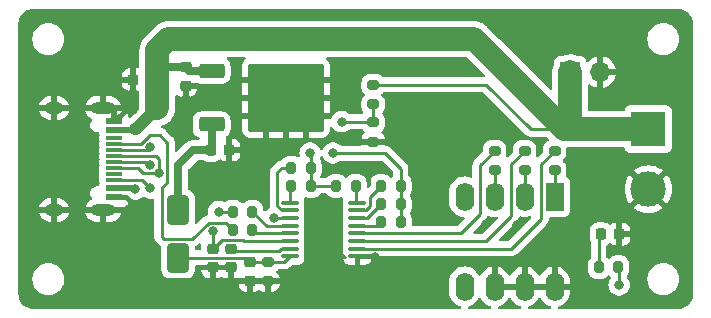
<source format=gtl>
G04 #@! TF.GenerationSoftware,KiCad,Pcbnew,7.0.5-0*
G04 #@! TF.CreationDate,2023-05-30T07:39:27+09:00*
G04 #@! TF.ProjectId,LDR6321_PD_Decoy,4c445236-3332-4315-9f50-445f4465636f,0.5*
G04 #@! TF.SameCoordinates,Original*
G04 #@! TF.FileFunction,Copper,L1,Top*
G04 #@! TF.FilePolarity,Positive*
%FSLAX46Y46*%
G04 Gerber Fmt 4.6, Leading zero omitted, Abs format (unit mm)*
G04 Created by KiCad (PCBNEW 7.0.5-0) date 2023-05-30 07:39:27*
%MOMM*%
%LPD*%
G01*
G04 APERTURE LIST*
G04 Aperture macros list*
%AMRoundRect*
0 Rectangle with rounded corners*
0 $1 Rounding radius*
0 $2 $3 $4 $5 $6 $7 $8 $9 X,Y pos of 4 corners*
0 Add a 4 corners polygon primitive as box body*
4,1,4,$2,$3,$4,$5,$6,$7,$8,$9,$2,$3,0*
0 Add four circle primitives for the rounded corners*
1,1,$1+$1,$2,$3*
1,1,$1+$1,$4,$5*
1,1,$1+$1,$6,$7*
1,1,$1+$1,$8,$9*
0 Add four rect primitives between the rounded corners*
20,1,$1+$1,$2,$3,$4,$5,0*
20,1,$1+$1,$4,$5,$6,$7,0*
20,1,$1+$1,$6,$7,$8,$9,0*
20,1,$1+$1,$8,$9,$2,$3,0*%
G04 Aperture macros list end*
G04 #@! TA.AperFunction,SMDPad,CuDef*
%ADD10RoundRect,0.200000X-0.200000X-0.275000X0.200000X-0.275000X0.200000X0.275000X-0.200000X0.275000X0*%
G04 #@! TD*
G04 #@! TA.AperFunction,ComponentPad*
%ADD11R,3.000000X3.000000*%
G04 #@! TD*
G04 #@! TA.AperFunction,ComponentPad*
%ADD12C,3.000000*%
G04 #@! TD*
G04 #@! TA.AperFunction,SMDPad,CuDef*
%ADD13RoundRect,0.250000X-0.850000X-0.350000X0.850000X-0.350000X0.850000X0.350000X-0.850000X0.350000X0*%
G04 #@! TD*
G04 #@! TA.AperFunction,SMDPad,CuDef*
%ADD14RoundRect,0.250000X-1.275000X-1.125000X1.275000X-1.125000X1.275000X1.125000X-1.275000X1.125000X0*%
G04 #@! TD*
G04 #@! TA.AperFunction,SMDPad,CuDef*
%ADD15RoundRect,0.249997X-2.950003X-2.650003X2.950003X-2.650003X2.950003X2.650003X-2.950003X2.650003X0*%
G04 #@! TD*
G04 #@! TA.AperFunction,SMDPad,CuDef*
%ADD16RoundRect,0.225000X-0.225000X-0.250000X0.225000X-0.250000X0.225000X0.250000X-0.225000X0.250000X0*%
G04 #@! TD*
G04 #@! TA.AperFunction,SMDPad,CuDef*
%ADD17RoundRect,0.218750X0.218750X0.256250X-0.218750X0.256250X-0.218750X-0.256250X0.218750X-0.256250X0*%
G04 #@! TD*
G04 #@! TA.AperFunction,SMDPad,CuDef*
%ADD18RoundRect,0.225000X-0.250000X0.225000X-0.250000X-0.225000X0.250000X-0.225000X0.250000X0.225000X0*%
G04 #@! TD*
G04 #@! TA.AperFunction,SMDPad,CuDef*
%ADD19RoundRect,0.200000X0.275000X-0.200000X0.275000X0.200000X-0.275000X0.200000X-0.275000X-0.200000X0*%
G04 #@! TD*
G04 #@! TA.AperFunction,SMDPad,CuDef*
%ADD20RoundRect,0.200000X-0.275000X0.200000X-0.275000X-0.200000X0.275000X-0.200000X0.275000X0.200000X0*%
G04 #@! TD*
G04 #@! TA.AperFunction,SMDPad,CuDef*
%ADD21RoundRect,0.100000X0.637500X0.100000X-0.637500X0.100000X-0.637500X-0.100000X0.637500X-0.100000X0*%
G04 #@! TD*
G04 #@! TA.AperFunction,ComponentPad*
%ADD22R,1.700000X1.700000*%
G04 #@! TD*
G04 #@! TA.AperFunction,ComponentPad*
%ADD23O,1.700000X1.700000*%
G04 #@! TD*
G04 #@! TA.AperFunction,SMDPad,CuDef*
%ADD24RoundRect,0.200000X0.200000X0.275000X-0.200000X0.275000X-0.200000X-0.275000X0.200000X-0.275000X0*%
G04 #@! TD*
G04 #@! TA.AperFunction,ComponentPad*
%ADD25R,1.600000X2.400000*%
G04 #@! TD*
G04 #@! TA.AperFunction,ComponentPad*
%ADD26O,1.600000X2.400000*%
G04 #@! TD*
G04 #@! TA.AperFunction,SMDPad,CuDef*
%ADD27RoundRect,0.250000X0.650000X-1.000000X0.650000X1.000000X-0.650000X1.000000X-0.650000X-1.000000X0*%
G04 #@! TD*
G04 #@! TA.AperFunction,SMDPad,CuDef*
%ADD28R,1.450000X0.600000*%
G04 #@! TD*
G04 #@! TA.AperFunction,SMDPad,CuDef*
%ADD29R,1.450000X0.300000*%
G04 #@! TD*
G04 #@! TA.AperFunction,ComponentPad*
%ADD30O,2.100000X1.000000*%
G04 #@! TD*
G04 #@! TA.AperFunction,ComponentPad*
%ADD31O,1.600000X1.000000*%
G04 #@! TD*
G04 #@! TA.AperFunction,SMDPad,CuDef*
%ADD32RoundRect,0.225000X0.225000X0.250000X-0.225000X0.250000X-0.225000X-0.250000X0.225000X-0.250000X0*%
G04 #@! TD*
G04 #@! TA.AperFunction,ViaPad*
%ADD33C,0.800000*%
G04 #@! TD*
G04 #@! TA.AperFunction,Conductor*
%ADD34C,0.400000*%
G04 #@! TD*
G04 #@! TA.AperFunction,Conductor*
%ADD35C,0.500000*%
G04 #@! TD*
G04 #@! TA.AperFunction,Conductor*
%ADD36C,0.250000*%
G04 #@! TD*
G04 #@! TA.AperFunction,Conductor*
%ADD37C,1.000000*%
G04 #@! TD*
G04 #@! TA.AperFunction,Conductor*
%ADD38C,0.700000*%
G04 #@! TD*
G04 #@! TA.AperFunction,Conductor*
%ADD39C,2.000000*%
G04 #@! TD*
G04 APERTURE END LIST*
D10*
X124778000Y-78473000D03*
X126428000Y-78473000D03*
D11*
X155000000Y-73660000D03*
D12*
X155000000Y-78740000D03*
D10*
X150813000Y-85344000D03*
X152463000Y-85344000D03*
D13*
X118023000Y-68713000D03*
D14*
X122648000Y-69468000D03*
X122648000Y-72518000D03*
D15*
X124323000Y-70993000D03*
D14*
X125998000Y-69468000D03*
X125998000Y-72518000D03*
D13*
X118023000Y-73273000D03*
D16*
X117970000Y-75438000D03*
X119520000Y-75438000D03*
D17*
X152552500Y-82550000D03*
X150977500Y-82550000D03*
D18*
X119634000Y-83794000D03*
X119634000Y-85344000D03*
D19*
X144526000Y-77152000D03*
X144526000Y-75502000D03*
D10*
X119825000Y-82169000D03*
X121475000Y-82169000D03*
D19*
X141986000Y-77152000D03*
X141986000Y-75502000D03*
D20*
X122809000Y-84900000D03*
X122809000Y-86550000D03*
D21*
X130370500Y-84441000D03*
X130370500Y-83791000D03*
X130370500Y-83141000D03*
X130370500Y-82491000D03*
X130370500Y-81841000D03*
X130370500Y-81191000D03*
X130370500Y-80541000D03*
X130370500Y-79891000D03*
X124645500Y-79891000D03*
X124645500Y-80541000D03*
X124645500Y-81191000D03*
X124645500Y-81841000D03*
X124645500Y-82491000D03*
X124645500Y-83141000D03*
X124645500Y-83791000D03*
X124645500Y-84441000D03*
D18*
X121285000Y-84950000D03*
X121285000Y-86500000D03*
X115824000Y-68440000D03*
X115824000Y-69990000D03*
D22*
X148391000Y-68834000D03*
D23*
X150931000Y-68834000D03*
D24*
X130238000Y-78473000D03*
X128588000Y-78473000D03*
X134048000Y-81521000D03*
X132398000Y-81521000D03*
X126428000Y-76949000D03*
X124778000Y-76949000D03*
D25*
X147066000Y-79375000D03*
D26*
X144526000Y-79375000D03*
X141986000Y-79375000D03*
X139446000Y-79375000D03*
X139446000Y-86995000D03*
X141986000Y-86995000D03*
X144526000Y-86995000D03*
X147066000Y-86995000D03*
D10*
X119825000Y-80645000D03*
X121475000Y-80645000D03*
D27*
X115189000Y-84550000D03*
X115189000Y-80550000D03*
D19*
X131699000Y-71564000D03*
X131699000Y-69914000D03*
D10*
X132398000Y-78473000D03*
X134048000Y-78473000D03*
D19*
X131699000Y-74739000D03*
X131699000Y-73089000D03*
D28*
X109769000Y-72950000D03*
X109769000Y-73750000D03*
D29*
X109769000Y-74950000D03*
X109769000Y-75950000D03*
X109769000Y-76450000D03*
X109769000Y-77450000D03*
D28*
X109769000Y-78650000D03*
X109769000Y-79450000D03*
X109769000Y-79450000D03*
X109769000Y-78650000D03*
D29*
X109769000Y-77950000D03*
X109769000Y-76950000D03*
X109769000Y-75450000D03*
X109769000Y-74450000D03*
D28*
X109769000Y-73750000D03*
X109769000Y-72950000D03*
D30*
X108854000Y-71880000D03*
D31*
X104674000Y-71880000D03*
D30*
X108854000Y-80520000D03*
D31*
X104674000Y-80520000D03*
D18*
X118110000Y-83794000D03*
X118110000Y-85344000D03*
D32*
X112916000Y-69469000D03*
X111366000Y-69469000D03*
D19*
X147066000Y-77152000D03*
X147066000Y-75502000D03*
D10*
X132398000Y-79997000D03*
X134048000Y-79997000D03*
D33*
X133350000Y-86360000D03*
X128905000Y-68580000D03*
X111379000Y-70612000D03*
X135890000Y-74930000D03*
X131826000Y-84515500D03*
X143891000Y-81788000D03*
X110490000Y-83820000D03*
X116205000Y-86995000D03*
X115824000Y-71120000D03*
X107950000Y-86360000D03*
X144780000Y-66040000D03*
X107950000Y-67310000D03*
X147320000Y-66040000D03*
X152400000Y-66040000D03*
X110490000Y-86360000D03*
X138430000Y-76200000D03*
X125730000Y-86360000D03*
X111506000Y-80137000D03*
X141224000Y-81661000D03*
X149860000Y-66040000D03*
X113665000Y-86995000D03*
X129540000Y-86360000D03*
X119888000Y-78105000D03*
X135890000Y-76200000D03*
X131699000Y-76962000D03*
X138430000Y-74930000D03*
X107950000Y-69850000D03*
X111379000Y-72009000D03*
X107950000Y-83820000D03*
X128905000Y-70485000D03*
X111566000Y-73660000D03*
X111566000Y-78740000D03*
X118618000Y-80645000D03*
X112836000Y-78645000D03*
X118110000Y-82296000D03*
X129032000Y-73025000D03*
X113559814Y-77399000D03*
X128307500Y-75692000D03*
X126365000Y-75692000D03*
X112836000Y-76674500D03*
X112836000Y-75184000D03*
X123317000Y-81153000D03*
X152527000Y-86868000D03*
D34*
X115824000Y-69990000D02*
X115824000Y-71120000D01*
X110744000Y-72009000D02*
X111379000Y-72009000D01*
X109803000Y-72950000D02*
X110744000Y-72009000D01*
X130370500Y-84441000D02*
X131751500Y-84441000D01*
X109769000Y-72950000D02*
X109803000Y-72950000D01*
X110819000Y-79450000D02*
X111506000Y-80137000D01*
X111366000Y-70599000D02*
X111379000Y-70612000D01*
X131751500Y-84441000D02*
X131826000Y-84515500D01*
X111366000Y-69469000D02*
X111366000Y-70599000D01*
X109769000Y-79450000D02*
X110819000Y-79450000D01*
D35*
X109769000Y-73750000D02*
X111476000Y-73750000D01*
X111476000Y-73750000D02*
X111566000Y-73660000D01*
D36*
X145034000Y-73660000D02*
X147888000Y-73660000D01*
D37*
X111651500Y-73660000D02*
X113429500Y-71882000D01*
D35*
X113893500Y-68284500D02*
X113429500Y-68748500D01*
D38*
X113738000Y-68440000D02*
X113429500Y-68748500D01*
D36*
X141288000Y-69914000D02*
X145034000Y-73660000D01*
D39*
X114360000Y-66040000D02*
X140268000Y-66040000D01*
D37*
X111566000Y-73660000D02*
X111651500Y-73660000D01*
D38*
X116097000Y-68713000D02*
X115824000Y-68440000D01*
X115824000Y-68440000D02*
X113738000Y-68440000D01*
D39*
X140268000Y-66040000D02*
X147888000Y-73660000D01*
D36*
X131699000Y-69914000D02*
X141288000Y-69914000D01*
D35*
X109769000Y-78650000D02*
X111476000Y-78650000D01*
D39*
X113429500Y-66970500D02*
X114360000Y-66040000D01*
X147888000Y-73660000D02*
X155000000Y-73660000D01*
X113429500Y-68748500D02*
X113429500Y-66970500D01*
X148391000Y-68834000D02*
X148391000Y-73157000D01*
D38*
X118023000Y-68713000D02*
X116097000Y-68713000D01*
D39*
X113429500Y-71882000D02*
X113429500Y-68748500D01*
D35*
X111476000Y-78650000D02*
X111566000Y-78740000D01*
D38*
X118023000Y-75385000D02*
X117970000Y-75438000D01*
X117970000Y-75438000D02*
X116459000Y-75438000D01*
X115189000Y-76708000D02*
X115189000Y-80550000D01*
X116459000Y-75438000D02*
X115189000Y-76708000D01*
X118023000Y-73273000D02*
X118023000Y-75385000D01*
D36*
X117809695Y-81571000D02*
X116405695Y-82975000D01*
X112810198Y-74184497D02*
X112070497Y-74924198D01*
X119825000Y-82169000D02*
X119227000Y-81571000D01*
X113792000Y-78613000D02*
X114284814Y-78120186D01*
X112836000Y-74184497D02*
X112810198Y-74184497D01*
X119227000Y-81571000D02*
X117809695Y-81571000D01*
X113665000Y-74184497D02*
X112836000Y-74184497D01*
X114284814Y-74804311D02*
X113665000Y-74184497D01*
X114284814Y-78120186D02*
X114284814Y-74804311D01*
X112070497Y-74950000D02*
X109769000Y-74950000D01*
X112070497Y-74924198D02*
X112070497Y-74950000D01*
X116405695Y-82975000D02*
X114002000Y-82975000D01*
X114002000Y-82975000D02*
X113792000Y-82765000D01*
X113792000Y-82765000D02*
X113792000Y-78613000D01*
X112836000Y-78645000D02*
X112141000Y-77950000D01*
X119825000Y-80645000D02*
X118618000Y-80645000D01*
X109769000Y-77950000D02*
X112141000Y-77950000D01*
X122809000Y-84900000D02*
X124186500Y-84900000D01*
X115208000Y-84569000D02*
X120904000Y-84569000D01*
X115189000Y-84550000D02*
X115208000Y-84569000D01*
X121285000Y-84950000D02*
X122759000Y-84950000D01*
X124645500Y-84441000D02*
X124186500Y-84900000D01*
X122759000Y-84950000D02*
X122809000Y-84900000D01*
X120904000Y-84569000D02*
X121285000Y-84950000D01*
X118885000Y-83019000D02*
X118110000Y-83794000D01*
X124645500Y-83141000D02*
X120777000Y-83141000D01*
X131699000Y-73089000D02*
X131635000Y-73025000D01*
X120655000Y-83019000D02*
X118885000Y-83019000D01*
X120777000Y-83141000D02*
X120655000Y-83019000D01*
X131699000Y-71564000D02*
X131699000Y-73089000D01*
X131635000Y-73025000D02*
X129032000Y-73025000D01*
X118110000Y-82296000D02*
X118110000Y-83794000D01*
X123718355Y-84016000D02*
X119856000Y-84016000D01*
X124645500Y-83791000D02*
X123943355Y-83791000D01*
X119856000Y-84016000D02*
X119634000Y-83794000D01*
X123943355Y-83791000D02*
X123718355Y-84016000D01*
X150813000Y-82714500D02*
X150977500Y-82550000D01*
X150813000Y-85344000D02*
X150813000Y-82714500D01*
X109769000Y-75950000D02*
X113340000Y-75950000D01*
X134048000Y-77025000D02*
X134048000Y-78473000D01*
X132715000Y-75692000D02*
X134048000Y-77025000D01*
X113561000Y-76171000D02*
X113561000Y-77397814D01*
X111833000Y-76975000D02*
X110296000Y-76975000D01*
X113340000Y-75950000D02*
X113561000Y-76171000D01*
X112257500Y-77399500D02*
X113559314Y-77399500D01*
X134048000Y-78473000D02*
X134048000Y-79997000D01*
X134048000Y-79997000D02*
X134048000Y-81521000D01*
X113561000Y-77397814D02*
X113559814Y-77399000D01*
X128307500Y-75692000D02*
X132715000Y-75692000D01*
X112257500Y-77399500D02*
X111833000Y-76975000D01*
X113559314Y-77399500D02*
X113559814Y-77399000D01*
X132398000Y-81521000D02*
X132078000Y-81841000D01*
X132078000Y-81841000D02*
X130370500Y-81841000D01*
X131059041Y-80541000D02*
X130370500Y-80541000D01*
X131433000Y-80167041D02*
X131059041Y-80541000D01*
X132398000Y-78473000D02*
X131433000Y-79438000D01*
X131433000Y-79438000D02*
X131433000Y-80167041D01*
X124645500Y-79891000D02*
X124645500Y-78605500D01*
X124645500Y-78605500D02*
X124778000Y-78473000D01*
X112836000Y-75184000D02*
X112570000Y-75450000D01*
X126428000Y-76949000D02*
X126428000Y-75755000D01*
X126428000Y-78473000D02*
X126428000Y-76949000D01*
X112570000Y-75450000D02*
X109769000Y-75450000D01*
X126428000Y-75755000D02*
X126365000Y-75692000D01*
X112836000Y-76674500D02*
X112611500Y-76450000D01*
X126428000Y-78473000D02*
X128588000Y-78473000D01*
X112611500Y-76450000D02*
X109769000Y-76450000D01*
X123965000Y-76949000D02*
X124778000Y-76949000D01*
X123583000Y-80167041D02*
X123583000Y-77331000D01*
X124645500Y-80541000D02*
X123956959Y-80541000D01*
X123583000Y-77331000D02*
X123965000Y-76949000D01*
X123956959Y-80541000D02*
X123583000Y-80167041D01*
X132398000Y-79997000D02*
X131204000Y-81191000D01*
X131204000Y-81191000D02*
X130370500Y-81191000D01*
X130238000Y-78473000D02*
X130238000Y-79758500D01*
X130238000Y-79758500D02*
X130370500Y-79891000D01*
X147066000Y-77152000D02*
X147066000Y-79375000D01*
X143383000Y-83791000D02*
X130370500Y-83791000D01*
X145941000Y-76627000D02*
X145941000Y-81233000D01*
X147066000Y-75502000D02*
X145941000Y-76627000D01*
X145941000Y-81233000D02*
X143383000Y-83791000D01*
X144526000Y-77152000D02*
X144526000Y-79375000D01*
X143401000Y-81008000D02*
X141268000Y-83141000D01*
X144526000Y-75502000D02*
X143401000Y-76627000D01*
X141268000Y-83141000D02*
X130370500Y-83141000D01*
X143401000Y-76627000D02*
X143401000Y-81008000D01*
X141986000Y-77152000D02*
X141986000Y-79375000D01*
X140748000Y-80867000D02*
X139124000Y-82491000D01*
X141986000Y-75502000D02*
X140748000Y-76740000D01*
X139124000Y-82491000D02*
X130370500Y-82491000D01*
X140748000Y-76740000D02*
X140748000Y-80867000D01*
X121797000Y-82491000D02*
X121475000Y-82169000D01*
X124645500Y-82491000D02*
X121797000Y-82491000D01*
X124645500Y-81841000D02*
X124608500Y-81878000D01*
X122708000Y-81878000D02*
X121475000Y-80645000D01*
X124608500Y-81878000D02*
X122708000Y-81878000D01*
X124645500Y-81191000D02*
X123355000Y-81191000D01*
X152527000Y-85408000D02*
X152463000Y-85344000D01*
X123355000Y-81191000D02*
X123317000Y-81153000D01*
X152527000Y-86868000D02*
X152527000Y-85408000D01*
G04 #@! TA.AperFunction,Conductor*
G36*
X144999108Y-81023268D02*
G01*
X145056971Y-81062430D01*
X145084475Y-81126658D01*
X145072889Y-81195561D01*
X145049033Y-81229061D01*
X143156914Y-83121181D01*
X143095591Y-83154666D01*
X143069233Y-83157500D01*
X142446766Y-83157500D01*
X142379727Y-83137815D01*
X142333972Y-83085011D01*
X142324028Y-83015853D01*
X142353053Y-82952297D01*
X142359085Y-82945819D01*
X142674020Y-82630884D01*
X143789815Y-81515087D01*
X143802180Y-81505183D01*
X143802006Y-81504973D01*
X143808012Y-81500003D01*
X143808018Y-81500000D01*
X143855364Y-81449580D01*
X143856635Y-81448267D01*
X143877135Y-81427769D01*
X143881458Y-81422195D01*
X143885257Y-81417747D01*
X143917585Y-81383322D01*
X143927420Y-81365432D01*
X143938098Y-81349174D01*
X143950614Y-81333040D01*
X143969374Y-81289686D01*
X143971935Y-81284458D01*
X143994695Y-81243060D01*
X143999774Y-81223274D01*
X144006072Y-81204882D01*
X144014181Y-81186145D01*
X144021568Y-81139498D01*
X144022752Y-81133782D01*
X144024581Y-81126658D01*
X144024972Y-81125134D01*
X144060704Y-81065096D01*
X144123225Y-81033905D01*
X144177165Y-81036188D01*
X144297913Y-81068543D01*
X144439086Y-81080894D01*
X144525998Y-81088498D01*
X144526000Y-81088498D01*
X144526002Y-81088498D01*
X144583139Y-81083499D01*
X144754087Y-81068543D01*
X144929260Y-81021605D01*
X144999108Y-81023268D01*
G37*
G04 #@! TD.AperFunction*
G04 #@! TA.AperFunction,Conductor*
G36*
X141514394Y-80998978D02*
G01*
X141519177Y-81001086D01*
X141536757Y-81009284D01*
X141757913Y-81068543D01*
X141899086Y-81080894D01*
X141985998Y-81088498D01*
X141986000Y-81088498D01*
X141986001Y-81088498D01*
X142003214Y-81086991D01*
X142127259Y-81076139D01*
X142195757Y-81089905D01*
X142245940Y-81138520D01*
X142261874Y-81206549D01*
X142238499Y-81272393D01*
X142225746Y-81287348D01*
X141041914Y-82471181D01*
X140980591Y-82504666D01*
X140954233Y-82507500D01*
X140302766Y-82507500D01*
X140235727Y-82487815D01*
X140189972Y-82435011D01*
X140180028Y-82365853D01*
X140209053Y-82302297D01*
X140215085Y-82295819D01*
X140673089Y-81837815D01*
X141136817Y-81374086D01*
X141149178Y-81364185D01*
X141149004Y-81363975D01*
X141155013Y-81359002D01*
X141155018Y-81359000D01*
X141202349Y-81308596D01*
X141203620Y-81307283D01*
X141224135Y-81286770D01*
X141228461Y-81281192D01*
X141232250Y-81276755D01*
X141264586Y-81242321D01*
X141274419Y-81224432D01*
X141285102Y-81208169D01*
X141297614Y-81192041D01*
X141316371Y-81148691D01*
X141318941Y-81143447D01*
X141321111Y-81139501D01*
X141341695Y-81102060D01*
X141346679Y-81082642D01*
X141382413Y-81022604D01*
X141444935Y-80991414D01*
X141514394Y-80998978D01*
G37*
G04 #@! TD.AperFunction*
G04 #@! TA.AperFunction,Conductor*
G36*
X120874514Y-67568185D02*
G01*
X120920269Y-67620989D01*
X120930213Y-67690147D01*
X120901188Y-67753703D01*
X120895156Y-67760181D01*
X120780683Y-67874653D01*
X120688642Y-68023874D01*
X120688640Y-68023879D01*
X120633494Y-68190301D01*
X120623000Y-68293011D01*
X120623000Y-69218000D01*
X128022999Y-69218000D01*
X128022999Y-68293028D01*
X128022998Y-68293013D01*
X128012827Y-68193448D01*
X128012741Y-68191761D01*
X128012505Y-68190300D01*
X127957359Y-68023879D01*
X127957357Y-68023874D01*
X127865316Y-67874653D01*
X127750844Y-67760181D01*
X127717359Y-67698858D01*
X127722343Y-67629166D01*
X127764215Y-67573233D01*
X127829679Y-67548816D01*
X127838525Y-67548500D01*
X139591797Y-67548500D01*
X139658836Y-67568185D01*
X139679478Y-67584819D01*
X141163478Y-69068819D01*
X141196963Y-69130142D01*
X141191979Y-69199834D01*
X141150107Y-69255767D01*
X141084643Y-69280184D01*
X141075797Y-69280500D01*
X132593833Y-69280500D01*
X132526794Y-69260815D01*
X132506156Y-69244185D01*
X132414155Y-69152184D01*
X132266913Y-69063173D01*
X132102649Y-69011987D01*
X132102647Y-69011986D01*
X132102645Y-69011986D01*
X132052667Y-69007444D01*
X132031265Y-69005500D01*
X132031262Y-69005500D01*
X131366727Y-69005500D01*
X131295354Y-69011985D01*
X131295344Y-69011988D01*
X131131090Y-69063171D01*
X130983841Y-69152186D01*
X130862186Y-69273841D01*
X130773173Y-69421086D01*
X130721986Y-69585354D01*
X130715500Y-69656737D01*
X130715500Y-70171272D01*
X130721985Y-70242645D01*
X130721988Y-70242655D01*
X130773171Y-70406909D01*
X130773172Y-70406911D01*
X130773173Y-70406913D01*
X130858161Y-70547500D01*
X130862186Y-70554158D01*
X130959347Y-70651319D01*
X130992832Y-70712642D01*
X130987848Y-70782334D01*
X130959347Y-70826681D01*
X130862187Y-70923840D01*
X130862186Y-70923841D01*
X130773173Y-71071086D01*
X130721986Y-71235354D01*
X130715500Y-71306737D01*
X130715500Y-71821272D01*
X130721985Y-71892645D01*
X130721988Y-71892655D01*
X130773171Y-72056909D01*
X130773172Y-72056911D01*
X130773173Y-72056913D01*
X130861698Y-72203351D01*
X130879534Y-72270905D01*
X130858016Y-72337378D01*
X130803976Y-72381666D01*
X130755581Y-72391500D01*
X129739309Y-72391500D01*
X129672270Y-72371815D01*
X129647160Y-72350473D01*
X129643254Y-72346135D01*
X129617171Y-72327184D01*
X129488752Y-72233882D01*
X129314288Y-72156206D01*
X129314286Y-72156205D01*
X129127487Y-72116500D01*
X128936513Y-72116500D01*
X128749714Y-72156205D01*
X128662479Y-72195043D01*
X128581980Y-72230885D01*
X128575246Y-72233883D01*
X128420745Y-72346135D01*
X128292959Y-72488057D01*
X128197473Y-72653443D01*
X128197470Y-72653449D01*
X128188091Y-72682318D01*
X128148654Y-72739993D01*
X128084295Y-72767192D01*
X128070160Y-72768000D01*
X126247999Y-72768000D01*
X126247999Y-74392998D01*
X126248000Y-74392999D01*
X127322974Y-74392999D01*
X127322988Y-74392998D01*
X127425699Y-74382505D01*
X127592120Y-74327359D01*
X127592125Y-74327357D01*
X127741346Y-74235316D01*
X127865316Y-74111346D01*
X127957357Y-73962125D01*
X127957359Y-73962120D01*
X128012505Y-73795698D01*
X128022999Y-73692988D01*
X128023000Y-73692975D01*
X128023000Y-73557133D01*
X128042685Y-73490094D01*
X128095489Y-73444339D01*
X128164647Y-73434395D01*
X128228203Y-73463420D01*
X128254385Y-73495130D01*
X128276523Y-73533474D01*
X128292960Y-73561944D01*
X128327435Y-73600233D01*
X128420747Y-73703866D01*
X128575248Y-73816118D01*
X128749712Y-73893794D01*
X128936513Y-73933500D01*
X129127487Y-73933500D01*
X129314288Y-73893794D01*
X129488752Y-73816118D01*
X129643253Y-73703866D01*
X129647159Y-73699527D01*
X129706646Y-73662879D01*
X129739309Y-73658500D01*
X130749536Y-73658500D01*
X130816575Y-73678185D01*
X130855652Y-73718350D01*
X130862184Y-73729155D01*
X130862185Y-73729156D01*
X130965358Y-73832329D01*
X130998843Y-73893652D01*
X130993859Y-73963344D01*
X130965359Y-74007691D01*
X130868926Y-74104124D01*
X130780980Y-74249604D01*
X130730409Y-74411893D01*
X130724000Y-74482427D01*
X130723999Y-74488999D01*
X130724000Y-74489000D01*
X132673998Y-74489000D01*
X132673999Y-74482417D01*
X132667591Y-74411897D01*
X132667590Y-74411892D01*
X132617018Y-74249603D01*
X132529072Y-74104122D01*
X132432641Y-74007691D01*
X132399156Y-73946368D01*
X132404140Y-73876676D01*
X132432640Y-73832330D01*
X132535816Y-73729155D01*
X132624827Y-73581913D01*
X132676013Y-73417649D01*
X132682500Y-73346265D01*
X132682499Y-72831736D01*
X132682499Y-72831735D01*
X132682499Y-72831727D01*
X132676014Y-72760354D01*
X132676011Y-72760344D01*
X132624828Y-72596090D01*
X132624827Y-72596089D01*
X132624827Y-72596087D01*
X132535816Y-72448845D01*
X132535814Y-72448843D01*
X132535813Y-72448841D01*
X132535812Y-72448839D01*
X132501152Y-72414179D01*
X132467667Y-72352856D01*
X132472653Y-72283164D01*
X132501154Y-72238817D01*
X132510878Y-72229093D01*
X132535816Y-72204155D01*
X132624827Y-72056913D01*
X132676013Y-71892649D01*
X132682500Y-71821265D01*
X132682499Y-71306736D01*
X132682499Y-71306735D01*
X132682499Y-71306727D01*
X132676014Y-71235354D01*
X132676011Y-71235344D01*
X132624828Y-71071090D01*
X132624827Y-71071089D01*
X132624827Y-71071087D01*
X132535816Y-70923845D01*
X132535814Y-70923843D01*
X132535813Y-70923841D01*
X132438652Y-70826680D01*
X132405167Y-70765357D01*
X132410151Y-70695665D01*
X132438648Y-70651322D01*
X132506154Y-70583816D01*
X132567476Y-70550334D01*
X132593833Y-70547500D01*
X140974234Y-70547500D01*
X141041273Y-70567185D01*
X141061915Y-70583819D01*
X144526912Y-74048817D01*
X144536816Y-74061178D01*
X144537026Y-74061005D01*
X144541997Y-74067013D01*
X144542000Y-74067018D01*
X144592418Y-74114363D01*
X144593727Y-74115632D01*
X144603992Y-74125897D01*
X144614225Y-74136131D01*
X144619813Y-74140466D01*
X144624245Y-74144252D01*
X144656159Y-74174220D01*
X144658680Y-74176587D01*
X144676562Y-74186417D01*
X144692829Y-74197102D01*
X144708960Y-74209615D01*
X144730838Y-74219081D01*
X144752307Y-74228371D01*
X144757533Y-74230931D01*
X144798940Y-74253695D01*
X144818716Y-74258772D01*
X144837124Y-74265075D01*
X144855850Y-74273179D01*
X144855852Y-74273180D01*
X144855853Y-74273180D01*
X144855855Y-74273181D01*
X144896784Y-74279663D01*
X144902503Y-74280569D01*
X144908212Y-74281751D01*
X144953970Y-74293500D01*
X144974384Y-74293500D01*
X144993783Y-74295027D01*
X145013943Y-74298220D01*
X145060965Y-74293775D01*
X145066804Y-74293500D01*
X146336797Y-74293500D01*
X146403836Y-74313185D01*
X146424478Y-74329819D01*
X146541930Y-74447271D01*
X146575415Y-74508594D01*
X146570431Y-74578286D01*
X146528559Y-74634219D01*
X146504283Y-74646662D01*
X146504928Y-74648094D01*
X146498090Y-74651171D01*
X146350841Y-74740186D01*
X146229186Y-74861841D01*
X146140173Y-75009086D01*
X146088986Y-75173354D01*
X146083796Y-75230466D01*
X146082841Y-75240989D01*
X146082500Y-75244737D01*
X146082500Y-75538231D01*
X146062815Y-75605270D01*
X146046181Y-75625912D01*
X145705550Y-75966543D01*
X145644227Y-76000028D01*
X145574535Y-75995044D01*
X145518602Y-75953172D01*
X145494185Y-75887708D01*
X145499484Y-75841972D01*
X145503013Y-75830649D01*
X145509500Y-75759265D01*
X145509499Y-75244736D01*
X145509499Y-75244735D01*
X145509499Y-75244727D01*
X145503014Y-75173354D01*
X145503011Y-75173344D01*
X145451828Y-75009090D01*
X145451827Y-75009089D01*
X145451827Y-75009087D01*
X145362816Y-74861845D01*
X145362814Y-74861843D01*
X145362813Y-74861841D01*
X145241158Y-74740186D01*
X145188531Y-74708372D01*
X145093913Y-74651173D01*
X144929649Y-74599987D01*
X144929647Y-74599986D01*
X144929645Y-74599986D01*
X144879667Y-74595444D01*
X144858265Y-74593500D01*
X144858262Y-74593500D01*
X144193727Y-74593500D01*
X144122354Y-74599985D01*
X144122344Y-74599988D01*
X143958090Y-74651171D01*
X143810841Y-74740186D01*
X143689186Y-74861841D01*
X143600173Y-75009086D01*
X143548986Y-75173354D01*
X143543796Y-75230466D01*
X143542841Y-75240989D01*
X143542500Y-75244737D01*
X143542500Y-75538231D01*
X143522815Y-75605270D01*
X143506181Y-75625912D01*
X143165550Y-75966543D01*
X143104227Y-76000028D01*
X143034535Y-75995044D01*
X142978602Y-75953172D01*
X142954185Y-75887708D01*
X142959484Y-75841972D01*
X142963013Y-75830649D01*
X142969500Y-75759265D01*
X142969499Y-75244736D01*
X142969499Y-75244735D01*
X142969499Y-75244727D01*
X142963014Y-75173354D01*
X142963011Y-75173344D01*
X142911828Y-75009090D01*
X142911827Y-75009089D01*
X142911827Y-75009087D01*
X142822816Y-74861845D01*
X142822814Y-74861843D01*
X142822813Y-74861841D01*
X142701158Y-74740186D01*
X142648531Y-74708372D01*
X142553913Y-74651173D01*
X142389649Y-74599987D01*
X142389647Y-74599986D01*
X142389645Y-74599986D01*
X142339667Y-74595444D01*
X142318265Y-74593500D01*
X142318262Y-74593500D01*
X141653727Y-74593500D01*
X141582354Y-74599985D01*
X141582344Y-74599988D01*
X141418090Y-74651171D01*
X141270841Y-74740186D01*
X141149186Y-74861841D01*
X141060173Y-75009086D01*
X141008986Y-75173354D01*
X141003796Y-75230466D01*
X141002841Y-75240989D01*
X141002500Y-75244737D01*
X141002500Y-75538232D01*
X140982815Y-75605271D01*
X140966181Y-75625913D01*
X140359179Y-76232914D01*
X140346820Y-76242818D01*
X140346993Y-76243027D01*
X140340981Y-76248000D01*
X140293673Y-76298377D01*
X140292320Y-76299773D01*
X140271873Y-76320221D01*
X140271857Y-76320239D01*
X140267531Y-76325814D01*
X140263747Y-76330244D01*
X140231419Y-76364671D01*
X140231412Y-76364681D01*
X140221579Y-76382567D01*
X140210903Y-76398820D01*
X140198386Y-76414957D01*
X140198385Y-76414959D01*
X140179625Y-76458310D01*
X140177055Y-76463556D01*
X140154303Y-76504941D01*
X140154303Y-76504942D01*
X140149225Y-76524720D01*
X140142925Y-76543122D01*
X140134818Y-76561857D01*
X140127431Y-76608495D01*
X140126246Y-76614216D01*
X140114500Y-76659965D01*
X140114500Y-76680384D01*
X140112972Y-76699783D01*
X140109780Y-76719943D01*
X140112189Y-76745432D01*
X140114225Y-76766966D01*
X140114500Y-76772804D01*
X140114500Y-77648316D01*
X140094815Y-77715355D01*
X140042011Y-77761110D01*
X139972853Y-77771054D01*
X139938098Y-77760699D01*
X139895243Y-77740716D01*
X139895240Y-77740715D01*
X139895238Y-77740714D01*
X139674089Y-77681457D01*
X139674081Y-77681456D01*
X139446002Y-77661502D01*
X139445998Y-77661502D01*
X139217918Y-77681456D01*
X139217910Y-77681457D01*
X138996761Y-77740714D01*
X138996750Y-77740718D01*
X138789254Y-77837475D01*
X138789252Y-77837476D01*
X138774978Y-77847471D01*
X138601700Y-77968802D01*
X138601698Y-77968803D01*
X138601695Y-77968806D01*
X138439806Y-78130695D01*
X138439803Y-78130698D01*
X138439802Y-78130700D01*
X138423597Y-78153843D01*
X138308476Y-78318252D01*
X138308475Y-78318254D01*
X138211718Y-78525750D01*
X138211714Y-78525761D01*
X138152457Y-78746910D01*
X138152456Y-78746918D01*
X138137500Y-78917869D01*
X138137500Y-79832130D01*
X138152456Y-80003081D01*
X138152457Y-80003089D01*
X138211714Y-80224238D01*
X138211718Y-80224249D01*
X138306173Y-80426808D01*
X138308477Y-80431749D01*
X138439802Y-80619300D01*
X138601700Y-80781198D01*
X138789251Y-80912523D01*
X138912319Y-80969910D01*
X138996750Y-81009281D01*
X138996752Y-81009281D01*
X138996757Y-81009284D01*
X139217913Y-81068543D01*
X139350840Y-81080172D01*
X139415908Y-81105624D01*
X139456887Y-81162215D01*
X139460765Y-81231977D01*
X139427713Y-81291381D01*
X138897914Y-81821181D01*
X138836591Y-81854666D01*
X138810233Y-81857500D01*
X135080500Y-81857500D01*
X135013461Y-81837815D01*
X134967706Y-81785011D01*
X134956500Y-81733500D01*
X134956499Y-81188727D01*
X134950014Y-81117354D01*
X134950011Y-81117344D01*
X134898828Y-80953090D01*
X134898827Y-80953089D01*
X134898827Y-80953087D01*
X134820275Y-80823146D01*
X134802440Y-80755596D01*
X134820274Y-80694854D01*
X134898827Y-80564913D01*
X134950013Y-80400649D01*
X134956500Y-80329265D01*
X134956499Y-79664736D01*
X134956499Y-79664735D01*
X134956499Y-79664727D01*
X134950014Y-79593354D01*
X134950011Y-79593344D01*
X134898828Y-79429090D01*
X134898827Y-79429089D01*
X134898827Y-79429087D01*
X134820275Y-79299146D01*
X134802440Y-79231596D01*
X134820274Y-79170854D01*
X134898827Y-79040913D01*
X134950013Y-78876649D01*
X134956500Y-78805265D01*
X134956499Y-78140736D01*
X134956499Y-78140735D01*
X134956499Y-78140727D01*
X134950014Y-78069354D01*
X134950011Y-78069344D01*
X134898828Y-77905090D01*
X134898827Y-77905089D01*
X134898827Y-77905087D01*
X134809816Y-77757845D01*
X134809814Y-77757843D01*
X134809813Y-77757841D01*
X134717819Y-77665847D01*
X134684334Y-77604524D01*
X134681500Y-77578166D01*
X134681500Y-77108632D01*
X134683239Y-77092880D01*
X134682968Y-77092855D01*
X134683702Y-77085093D01*
X134681531Y-77015995D01*
X134681500Y-77014047D01*
X134681500Y-76985147D01*
X134681117Y-76982117D01*
X134680614Y-76978141D01*
X134680157Y-76972322D01*
X134678674Y-76925113D01*
X134678674Y-76925111D01*
X134672974Y-76905492D01*
X134669031Y-76886446D01*
X134666474Y-76866204D01*
X134666474Y-76866203D01*
X134649081Y-76822274D01*
X134647204Y-76816792D01*
X134634019Y-76771407D01*
X134623620Y-76753824D01*
X134615066Y-76736363D01*
X134607552Y-76717383D01*
X134579793Y-76679176D01*
X134576586Y-76674294D01*
X134552544Y-76633641D01*
X134552543Y-76633640D01*
X134552542Y-76633638D01*
X134538108Y-76619204D01*
X134525471Y-76604409D01*
X134513472Y-76587893D01*
X134513470Y-76587890D01*
X134477073Y-76557781D01*
X134472751Y-76553847D01*
X133222088Y-75303183D01*
X133212187Y-75290823D01*
X133211977Y-75290998D01*
X133207002Y-75284986D01*
X133207000Y-75284982D01*
X133164141Y-75244735D01*
X133156621Y-75237673D01*
X133155253Y-75236348D01*
X133134770Y-75215865D01*
X133134769Y-75215864D01*
X133134767Y-75215862D01*
X133131402Y-75213252D01*
X133129183Y-75211531D01*
X133124750Y-75207744D01*
X133090321Y-75175414D01*
X133090319Y-75175412D01*
X133072431Y-75165578D01*
X133056170Y-75154897D01*
X133040039Y-75142384D01*
X132996693Y-75123627D01*
X132991445Y-75121056D01*
X132964251Y-75106106D01*
X132950060Y-75098305D01*
X132946660Y-75097432D01*
X132930287Y-75093228D01*
X132911881Y-75086926D01*
X132893144Y-75078818D01*
X132893146Y-75078818D01*
X132846496Y-75071430D01*
X132840781Y-75070246D01*
X132820612Y-75065068D01*
X132795032Y-75058500D01*
X132795030Y-75058500D01*
X132794862Y-75058500D01*
X132794735Y-75058462D01*
X132787294Y-75057523D01*
X132787445Y-75056322D01*
X132727823Y-75038815D01*
X132707181Y-75022181D01*
X132674000Y-74989000D01*
X130724001Y-74989000D01*
X130690820Y-75022181D01*
X130629497Y-75055666D01*
X130603139Y-75058500D01*
X129014809Y-75058500D01*
X128947770Y-75038815D01*
X128922660Y-75017473D01*
X128918754Y-75013135D01*
X128913183Y-75009087D01*
X128764252Y-74900882D01*
X128589788Y-74823206D01*
X128589786Y-74823205D01*
X128402987Y-74783500D01*
X128212013Y-74783500D01*
X128025214Y-74823205D01*
X128025211Y-74823206D01*
X128025212Y-74823206D01*
X127878193Y-74888663D01*
X127850746Y-74900883D01*
X127696245Y-75013135D01*
X127568459Y-75155057D01*
X127472973Y-75320443D01*
X127472971Y-75320447D01*
X127454181Y-75378279D01*
X127414743Y-75435954D01*
X127350384Y-75463152D01*
X127281538Y-75451237D01*
X127230062Y-75403993D01*
X127218319Y-75378279D01*
X127199528Y-75320447D01*
X127199527Y-75320446D01*
X127199527Y-75320444D01*
X127104040Y-75155056D01*
X126976253Y-75013134D01*
X126821752Y-74900882D01*
X126647288Y-74823206D01*
X126647286Y-74823205D01*
X126460487Y-74783500D01*
X126269513Y-74783500D01*
X126082714Y-74823205D01*
X126082711Y-74823206D01*
X126082712Y-74823206D01*
X125935693Y-74888663D01*
X125908246Y-74900883D01*
X125753745Y-75013135D01*
X125625959Y-75155057D01*
X125530473Y-75320443D01*
X125530470Y-75320450D01*
X125480557Y-75474067D01*
X125471458Y-75502072D01*
X125451496Y-75692000D01*
X125471458Y-75881928D01*
X125471458Y-75881930D01*
X125471459Y-75881932D01*
X125474682Y-75891852D01*
X125476675Y-75961694D01*
X125440593Y-76021525D01*
X125377891Y-76052352D01*
X125308477Y-76044385D01*
X125292602Y-76036284D01*
X125270913Y-76023173D01*
X125106649Y-75971987D01*
X125106647Y-75971986D01*
X125106645Y-75971986D01*
X125056667Y-75967444D01*
X125035265Y-75965500D01*
X125035262Y-75965500D01*
X124520727Y-75965500D01*
X124449354Y-75971985D01*
X124449344Y-75971988D01*
X124285090Y-76023171D01*
X124137841Y-76112186D01*
X124016187Y-76233840D01*
X124016187Y-76233841D01*
X124016185Y-76233843D01*
X124016184Y-76233845D01*
X124012875Y-76239319D01*
X124001912Y-76257453D01*
X123950382Y-76304638D01*
X123899695Y-76317238D01*
X123865111Y-76318325D01*
X123865109Y-76318326D01*
X123845496Y-76324023D01*
X123826459Y-76327965D01*
X123806208Y-76330524D01*
X123806202Y-76330526D01*
X123762299Y-76347907D01*
X123756775Y-76349798D01*
X123711406Y-76362981D01*
X123711401Y-76362983D01*
X123693827Y-76373376D01*
X123676362Y-76381932D01*
X123657387Y-76389445D01*
X123657385Y-76389446D01*
X123619176Y-76417206D01*
X123614294Y-76420412D01*
X123573635Y-76444458D01*
X123559201Y-76458893D01*
X123544411Y-76471526D01*
X123527892Y-76483528D01*
X123497782Y-76519923D01*
X123493850Y-76524244D01*
X123194180Y-76823913D01*
X123181821Y-76833816D01*
X123181994Y-76834025D01*
X123175984Y-76838996D01*
X123128672Y-76889378D01*
X123127319Y-76890774D01*
X123106873Y-76911221D01*
X123106857Y-76911239D01*
X123102531Y-76916814D01*
X123098747Y-76921244D01*
X123066419Y-76955671D01*
X123066412Y-76955681D01*
X123056579Y-76973567D01*
X123045903Y-76989820D01*
X123033386Y-77005957D01*
X123033385Y-77005959D01*
X123014625Y-77049310D01*
X123012055Y-77054556D01*
X122989303Y-77095941D01*
X122989303Y-77095942D01*
X122984225Y-77115720D01*
X122977925Y-77134122D01*
X122969818Y-77152857D01*
X122962431Y-77199495D01*
X122961246Y-77205216D01*
X122949500Y-77250965D01*
X122949500Y-77271384D01*
X122947972Y-77290783D01*
X122944780Y-77310943D01*
X122947410Y-77338765D01*
X122949225Y-77357966D01*
X122949500Y-77363804D01*
X122949500Y-80083407D01*
X122947761Y-80099154D01*
X122948032Y-80099180D01*
X122947297Y-80106947D01*
X122949469Y-80176031D01*
X122949500Y-80177979D01*
X122949500Y-80206900D01*
X122950384Y-80213897D01*
X122950842Y-80219721D01*
X122951381Y-80236856D01*
X122933813Y-80304481D01*
X122882473Y-80351873D01*
X122877880Y-80354031D01*
X122860250Y-80361880D01*
X122860248Y-80361881D01*
X122705744Y-80474136D01*
X122599647Y-80591968D01*
X122540160Y-80628616D01*
X122470303Y-80627285D01*
X122412255Y-80588398D01*
X122384446Y-80524301D01*
X122383499Y-80509010D01*
X122383499Y-80312736D01*
X122380720Y-80282146D01*
X122377014Y-80241355D01*
X122377011Y-80241344D01*
X122325828Y-80077090D01*
X122325827Y-80077089D01*
X122325827Y-80077087D01*
X122236816Y-79929845D01*
X122236814Y-79929843D01*
X122236813Y-79929841D01*
X122115158Y-79808186D01*
X122115151Y-79808182D01*
X121967913Y-79719173D01*
X121803649Y-79667987D01*
X121803647Y-79667986D01*
X121803645Y-79667986D01*
X121753667Y-79663444D01*
X121732265Y-79661500D01*
X121732262Y-79661500D01*
X121217727Y-79661500D01*
X121146354Y-79667985D01*
X121146344Y-79667988D01*
X120982090Y-79719171D01*
X120834841Y-79808186D01*
X120834840Y-79808187D01*
X120737681Y-79905347D01*
X120676358Y-79938832D01*
X120606666Y-79933848D01*
X120562319Y-79905347D01*
X120465158Y-79808186D01*
X120465151Y-79808182D01*
X120317913Y-79719173D01*
X120153649Y-79667987D01*
X120153647Y-79667986D01*
X120153645Y-79667986D01*
X120103667Y-79663444D01*
X120082265Y-79661500D01*
X120082262Y-79661500D01*
X119567727Y-79661500D01*
X119496354Y-79667985D01*
X119496344Y-79667988D01*
X119332089Y-79719171D01*
X119184846Y-79808182D01*
X119179562Y-79813466D01*
X119118236Y-79846945D01*
X119048544Y-79841954D01*
X119041455Y-79839056D01*
X118900289Y-79776206D01*
X118900286Y-79776205D01*
X118713487Y-79736500D01*
X118522513Y-79736500D01*
X118335714Y-79776205D01*
X118161246Y-79853883D01*
X118006745Y-79966135D01*
X117878959Y-80108057D01*
X117783473Y-80273443D01*
X117783470Y-80273450D01*
X117732036Y-80431749D01*
X117724458Y-80455072D01*
X117710445Y-80588398D01*
X117704496Y-80645000D01*
X117723547Y-80826261D01*
X117710977Y-80894991D01*
X117663245Y-80946014D01*
X117645873Y-80954515D01*
X117606988Y-80969910D01*
X117601460Y-80971802D01*
X117556108Y-80984979D01*
X117556102Y-80984981D01*
X117538528Y-80995374D01*
X117521067Y-81003928D01*
X117502081Y-81011446D01*
X117502079Y-81011447D01*
X117463867Y-81039208D01*
X117458985Y-81042415D01*
X117418332Y-81066457D01*
X117403896Y-81080894D01*
X117389110Y-81093523D01*
X117372588Y-81105528D01*
X117372586Y-81105529D01*
X117372586Y-81105530D01*
X117372583Y-81105532D01*
X117342475Y-81141925D01*
X117338544Y-81146246D01*
X116809180Y-81675609D01*
X116747857Y-81709094D01*
X116678165Y-81704110D01*
X116622232Y-81662238D01*
X116597815Y-81596774D01*
X116597499Y-81587955D01*
X116597499Y-79499456D01*
X116586887Y-79395574D01*
X116531115Y-79227262D01*
X116438030Y-79076348D01*
X116312652Y-78950970D01*
X116161738Y-78857885D01*
X116132493Y-78848194D01*
X116075050Y-78808422D01*
X116048227Y-78743906D01*
X116047500Y-78730507D01*
X116047500Y-77114960D01*
X116067184Y-77047925D01*
X116083813Y-77027288D01*
X116778282Y-76332818D01*
X116839606Y-76299334D01*
X116865964Y-76296500D01*
X117299158Y-76296500D01*
X117364255Y-76314962D01*
X117432890Y-76357297D01*
X117432893Y-76357298D01*
X117432899Y-76357302D01*
X117595664Y-76411236D01*
X117696128Y-76421500D01*
X117696133Y-76421500D01*
X118243867Y-76421500D01*
X118243872Y-76421500D01*
X118344336Y-76411236D01*
X118507101Y-76357302D01*
X118653040Y-76267285D01*
X118663329Y-76256996D01*
X118724652Y-76223511D01*
X118794344Y-76228495D01*
X118838691Y-76256996D01*
X118842267Y-76260572D01*
X118842271Y-76260575D01*
X118986507Y-76349542D01*
X118986518Y-76349547D01*
X119147393Y-76402855D01*
X119246683Y-76412999D01*
X119270000Y-76412998D01*
X119270000Y-75688000D01*
X119770000Y-75688000D01*
X119770000Y-76412999D01*
X119793308Y-76412999D01*
X119793322Y-76412998D01*
X119892607Y-76402855D01*
X120053481Y-76349547D01*
X120053492Y-76349542D01*
X120197728Y-76260575D01*
X120197732Y-76260572D01*
X120317572Y-76140732D01*
X120317575Y-76140728D01*
X120406542Y-75996492D01*
X120406547Y-75996481D01*
X120459855Y-75835606D01*
X120469999Y-75736322D01*
X120470000Y-75736309D01*
X120470000Y-75688000D01*
X119770000Y-75688000D01*
X119270000Y-75688000D01*
X119269999Y-74463000D01*
X119770000Y-74463000D01*
X119770000Y-75188000D01*
X120469999Y-75188000D01*
X120469999Y-75139692D01*
X120469998Y-75139677D01*
X120459855Y-75040392D01*
X120406547Y-74879518D01*
X120406542Y-74879507D01*
X120317575Y-74735271D01*
X120317572Y-74735267D01*
X120197732Y-74615427D01*
X120197728Y-74615424D01*
X120053492Y-74526457D01*
X120053481Y-74526452D01*
X119892606Y-74473144D01*
X119793322Y-74463000D01*
X119770000Y-74463000D01*
X119269999Y-74463000D01*
X119269999Y-74462998D01*
X119261094Y-74454093D01*
X119227608Y-74392770D01*
X119232592Y-74323079D01*
X119274462Y-74267145D01*
X119283664Y-74260881D01*
X119346652Y-74222030D01*
X119472030Y-74096652D01*
X119565115Y-73945738D01*
X119620887Y-73777426D01*
X119631500Y-73673545D01*
X119631499Y-72872456D01*
X119620887Y-72768574D01*
X119620697Y-72768000D01*
X120623001Y-72768000D01*
X120623001Y-73692988D01*
X120633494Y-73795699D01*
X120688640Y-73962120D01*
X120688642Y-73962125D01*
X120780683Y-74111346D01*
X120904653Y-74235316D01*
X121053874Y-74327357D01*
X121053879Y-74327359D01*
X121220302Y-74382506D01*
X121220300Y-74382506D01*
X121279134Y-74388516D01*
X121290124Y-74393000D01*
X121319858Y-74393000D01*
X121326163Y-74393321D01*
X121336462Y-74394373D01*
X121344419Y-74393000D01*
X121374375Y-74393000D01*
X121374384Y-74392999D01*
X122398000Y-74392999D01*
X122398000Y-72768000D01*
X122898000Y-72768000D01*
X122898000Y-74392999D01*
X124073000Y-74392999D01*
X124073000Y-72768000D01*
X124573000Y-72768000D01*
X124573000Y-74392999D01*
X125747999Y-74392999D01*
X125748000Y-74392998D01*
X125748000Y-72768000D01*
X124573000Y-72768000D01*
X124073000Y-72768000D01*
X122898000Y-72768000D01*
X122398000Y-72768000D01*
X120623001Y-72768000D01*
X119620697Y-72768000D01*
X119565115Y-72600262D01*
X119472030Y-72449348D01*
X119346652Y-72323970D01*
X119195738Y-72230885D01*
X119190330Y-72229093D01*
X119027427Y-72175113D01*
X118923545Y-72164500D01*
X117122462Y-72164500D01*
X117122446Y-72164501D01*
X117018572Y-72175113D01*
X116850264Y-72230884D01*
X116850259Y-72230886D01*
X116699346Y-72323971D01*
X116573971Y-72449346D01*
X116480886Y-72600259D01*
X116480884Y-72600264D01*
X116425113Y-72768572D01*
X116414500Y-72872447D01*
X116414500Y-73673537D01*
X116414501Y-73673553D01*
X116425113Y-73777427D01*
X116480884Y-73945735D01*
X116480886Y-73945740D01*
X116508811Y-73991013D01*
X116573970Y-74096652D01*
X116699348Y-74222030D01*
X116850262Y-74315115D01*
X116910990Y-74335238D01*
X116918704Y-74337794D01*
X116976150Y-74377566D01*
X117002973Y-74442082D01*
X116990658Y-74510858D01*
X116943115Y-74562058D01*
X116879701Y-74579500D01*
X116496410Y-74579500D01*
X116491376Y-74579295D01*
X116435617Y-74574754D01*
X116355447Y-74585676D01*
X116353782Y-74585880D01*
X116273358Y-74594628D01*
X116273073Y-74594691D01*
X116250830Y-74599904D01*
X116250587Y-74599964D01*
X116174667Y-74627856D01*
X116173085Y-74628413D01*
X116096392Y-74654254D01*
X116096277Y-74654307D01*
X116075579Y-74664226D01*
X116075308Y-74664360D01*
X116007140Y-74707930D01*
X116005715Y-74708814D01*
X115936396Y-74750523D01*
X115936199Y-74750673D01*
X115918131Y-74764798D01*
X115917972Y-74764926D01*
X115860780Y-74822117D01*
X115859578Y-74823286D01*
X115800820Y-74878947D01*
X115800707Y-74879080D01*
X115785898Y-74896998D01*
X115129995Y-75552902D01*
X115068672Y-75586387D01*
X114998981Y-75581403D01*
X114943047Y-75539532D01*
X114918630Y-75474067D01*
X114918314Y-75465221D01*
X114918314Y-74887937D01*
X114920052Y-74872192D01*
X114919781Y-74872167D01*
X114920515Y-74864404D01*
X114920434Y-74861841D01*
X114919223Y-74823286D01*
X114918345Y-74795337D01*
X114918314Y-74793389D01*
X114918314Y-74764461D01*
X114918314Y-74764455D01*
X114917429Y-74757451D01*
X114916970Y-74751622D01*
X114916935Y-74750523D01*
X114915487Y-74704421D01*
X114914202Y-74700000D01*
X114909793Y-74684825D01*
X114905846Y-74665768D01*
X114903288Y-74645514D01*
X114885898Y-74601595D01*
X114884007Y-74596068D01*
X114870832Y-74550719D01*
X114870832Y-74550718D01*
X114860438Y-74533143D01*
X114851878Y-74515667D01*
X114844368Y-74496699D01*
X114844368Y-74496698D01*
X114844367Y-74496696D01*
X114844366Y-74496694D01*
X114816603Y-74458482D01*
X114813401Y-74453608D01*
X114789356Y-74412948D01*
X114774920Y-74398512D01*
X114762283Y-74383717D01*
X114761403Y-74382506D01*
X114750286Y-74367204D01*
X114713898Y-74337101D01*
X114709576Y-74333168D01*
X114172088Y-73795680D01*
X114162187Y-73783320D01*
X114161977Y-73783495D01*
X114157001Y-73777481D01*
X114157000Y-73777479D01*
X114106614Y-73730164D01*
X114105239Y-73728831D01*
X114084768Y-73708360D01*
X114082792Y-73706828D01*
X114079183Y-73704028D01*
X114074750Y-73700241D01*
X114040321Y-73667911D01*
X114040319Y-73667909D01*
X114022431Y-73658075D01*
X114006170Y-73647394D01*
X113990039Y-73634881D01*
X113946693Y-73616124D01*
X113941445Y-73613553D01*
X113914251Y-73598603D01*
X113900060Y-73590802D01*
X113896660Y-73589929D01*
X113880287Y-73585725D01*
X113861881Y-73579423D01*
X113843146Y-73571315D01*
X113842334Y-73571080D01*
X113841773Y-73570721D01*
X113835987Y-73568218D01*
X113836390Y-73567284D01*
X113783449Y-73533474D01*
X113754243Y-73470001D01*
X113763989Y-73400814D01*
X113809593Y-73347880D01*
X113842431Y-73332900D01*
X113966162Y-73297061D01*
X114186204Y-73192650D01*
X114386648Y-73054293D01*
X114562302Y-72885575D01*
X114708617Y-72690865D01*
X114821804Y-72475205D01*
X114898931Y-72244182D01*
X114917487Y-72130000D01*
X114938000Y-72003781D01*
X114938000Y-71243000D01*
X120623000Y-71243000D01*
X120623000Y-72267999D01*
X120623002Y-72268000D01*
X122398000Y-72268000D01*
X122398000Y-71243000D01*
X122898000Y-71243000D01*
X122898000Y-72268000D01*
X124073000Y-72268000D01*
X124073000Y-71243000D01*
X124573000Y-71243000D01*
X124573000Y-72268000D01*
X125748000Y-72268000D01*
X125748000Y-71243000D01*
X126248000Y-71243000D01*
X126248000Y-72268000D01*
X128022999Y-72268000D01*
X128022999Y-71243000D01*
X126248000Y-71243000D01*
X125748000Y-71243000D01*
X124573000Y-71243000D01*
X124073000Y-71243000D01*
X122898000Y-71243000D01*
X122398000Y-71243000D01*
X120623000Y-71243000D01*
X114938000Y-71243000D01*
X114938000Y-70896706D01*
X114957685Y-70829667D01*
X115010489Y-70783912D01*
X115079647Y-70773968D01*
X115127098Y-70791168D01*
X115265511Y-70876544D01*
X115265518Y-70876547D01*
X115426393Y-70929855D01*
X115525683Y-70939999D01*
X115573999Y-70939998D01*
X115574000Y-70939998D01*
X115574000Y-70240000D01*
X116074000Y-70240000D01*
X116074000Y-70939999D01*
X116122308Y-70939999D01*
X116122322Y-70939998D01*
X116221607Y-70929855D01*
X116382481Y-70876547D01*
X116382492Y-70876542D01*
X116526728Y-70787575D01*
X116526732Y-70787572D01*
X116571305Y-70742999D01*
X120622999Y-70742999D01*
X120623000Y-70743000D01*
X122398000Y-70743000D01*
X122398000Y-69718000D01*
X122898000Y-69718000D01*
X122898000Y-70743000D01*
X125748000Y-70743000D01*
X125748000Y-69718000D01*
X126248000Y-69718000D01*
X126248000Y-70743000D01*
X128022998Y-70743000D01*
X128022998Y-70649114D01*
X128023000Y-70649093D01*
X128023000Y-69718000D01*
X126248000Y-69718000D01*
X125748000Y-69718000D01*
X122898000Y-69718000D01*
X122398000Y-69718000D01*
X120623000Y-69718000D01*
X120622999Y-70742999D01*
X116571305Y-70742999D01*
X116646572Y-70667732D01*
X116646575Y-70667728D01*
X116735542Y-70523492D01*
X116735547Y-70523481D01*
X116788855Y-70362606D01*
X116798999Y-70263322D01*
X116799000Y-70263309D01*
X116799000Y-70240000D01*
X116074000Y-70240000D01*
X115574000Y-70240000D01*
X115574000Y-69864000D01*
X115593685Y-69796961D01*
X115646489Y-69751206D01*
X115698000Y-69740000D01*
X116790590Y-69740000D01*
X116842468Y-69754720D01*
X116843709Y-69752060D01*
X116850256Y-69755112D01*
X116850258Y-69755112D01*
X116850262Y-69755115D01*
X117018574Y-69810887D01*
X117122455Y-69821500D01*
X118923544Y-69821499D01*
X119027426Y-69810887D01*
X119195738Y-69755115D01*
X119346652Y-69662030D01*
X119472030Y-69536652D01*
X119565115Y-69385738D01*
X119620887Y-69217426D01*
X119631500Y-69113545D01*
X119631499Y-68312456D01*
X119620887Y-68208574D01*
X119565115Y-68040262D01*
X119472030Y-67889348D01*
X119346652Y-67763970D01*
X119346651Y-67763970D01*
X119342863Y-67760181D01*
X119309378Y-67698858D01*
X119314362Y-67629166D01*
X119356234Y-67573233D01*
X119421698Y-67548816D01*
X119430544Y-67548500D01*
X120807475Y-67548500D01*
X120874514Y-67568185D01*
G37*
G04 #@! TD.AperFunction*
G04 #@! TA.AperFunction,Conductor*
G36*
X127390961Y-75932762D02*
G01*
X127442437Y-75980006D01*
X127454181Y-76005721D01*
X127472970Y-76063550D01*
X127472973Y-76063556D01*
X127568460Y-76228944D01*
X127696247Y-76370866D01*
X127850748Y-76483118D01*
X128025212Y-76560794D01*
X128212013Y-76600500D01*
X128402987Y-76600500D01*
X128589788Y-76560794D01*
X128764252Y-76483118D01*
X128918753Y-76370866D01*
X128922659Y-76366527D01*
X128982146Y-76329879D01*
X129014809Y-76325500D01*
X132401234Y-76325500D01*
X132468273Y-76345185D01*
X132488915Y-76361819D01*
X133378180Y-77251085D01*
X133411665Y-77312408D01*
X133414499Y-77338765D01*
X133414500Y-77578164D01*
X133394816Y-77645204D01*
X133378182Y-77665846D01*
X133310682Y-77733347D01*
X133249359Y-77766832D01*
X133179667Y-77761848D01*
X133135319Y-77733347D01*
X133038158Y-77636186D01*
X132890913Y-77547173D01*
X132793807Y-77516914D01*
X132726649Y-77495987D01*
X132726647Y-77495986D01*
X132726645Y-77495986D01*
X132676667Y-77491444D01*
X132655265Y-77489500D01*
X132655262Y-77489500D01*
X132140727Y-77489500D01*
X132069354Y-77495985D01*
X132069344Y-77495988D01*
X131905090Y-77547171D01*
X131757841Y-77636186D01*
X131636186Y-77757841D01*
X131547173Y-77905086D01*
X131495986Y-78069354D01*
X131489500Y-78140737D01*
X131489500Y-78434231D01*
X131469815Y-78501270D01*
X131453181Y-78521912D01*
X131358180Y-78616913D01*
X131296857Y-78650398D01*
X131227165Y-78645414D01*
X131171232Y-78603542D01*
X131146815Y-78538078D01*
X131146499Y-78529248D01*
X131146499Y-78140736D01*
X131146499Y-78140735D01*
X131146499Y-78140727D01*
X131140014Y-78069354D01*
X131140011Y-78069344D01*
X131088828Y-77905090D01*
X131088827Y-77905089D01*
X131088827Y-77905087D01*
X130999816Y-77757845D01*
X130999814Y-77757843D01*
X130999813Y-77757841D01*
X130878158Y-77636186D01*
X130730913Y-77547173D01*
X130633807Y-77516914D01*
X130566649Y-77495987D01*
X130566647Y-77495986D01*
X130566645Y-77495986D01*
X130516667Y-77491444D01*
X130495265Y-77489500D01*
X130495262Y-77489500D01*
X129980727Y-77489500D01*
X129909354Y-77495985D01*
X129909344Y-77495988D01*
X129745090Y-77547171D01*
X129597841Y-77636186D01*
X129597840Y-77636187D01*
X129500681Y-77733347D01*
X129439358Y-77766832D01*
X129369666Y-77761848D01*
X129325319Y-77733347D01*
X129228158Y-77636186D01*
X129080913Y-77547173D01*
X128983807Y-77516914D01*
X128916649Y-77495987D01*
X128916647Y-77495986D01*
X128916645Y-77495986D01*
X128866667Y-77491444D01*
X128845265Y-77489500D01*
X128845262Y-77489500D01*
X128330727Y-77489500D01*
X128259354Y-77495985D01*
X128259344Y-77495988D01*
X128095090Y-77547171D01*
X127947843Y-77636185D01*
X127826181Y-77757848D01*
X127813002Y-77779650D01*
X127761474Y-77826837D01*
X127706885Y-77839500D01*
X127309114Y-77839500D01*
X127242075Y-77819815D01*
X127202998Y-77779651D01*
X127200276Y-77775149D01*
X127182440Y-77707595D01*
X127200275Y-77646852D01*
X127278827Y-77516913D01*
X127330013Y-77352649D01*
X127336500Y-77281265D01*
X127336499Y-76616736D01*
X127336499Y-76616735D01*
X127336499Y-76616727D01*
X127330014Y-76545354D01*
X127330011Y-76545344D01*
X127278828Y-76381090D01*
X127278827Y-76381089D01*
X127278827Y-76381087D01*
X127189816Y-76233845D01*
X127189814Y-76233843D01*
X127185935Y-76227426D01*
X127187257Y-76226626D01*
X127164610Y-76169750D01*
X127177961Y-76101168D01*
X127180655Y-76096241D01*
X127199527Y-76063556D01*
X127218318Y-76005721D01*
X127257756Y-75948046D01*
X127322115Y-75920847D01*
X127390961Y-75932762D01*
G37*
G04 #@! TD.AperFunction*
G04 #@! TA.AperFunction,Conductor*
G36*
X141111515Y-63500880D02*
G01*
X157516495Y-63510485D01*
X157516586Y-63510500D01*
X157536588Y-63510500D01*
X157537560Y-63510500D01*
X157542426Y-63510691D01*
X157569842Y-63512848D01*
X157727305Y-63525241D01*
X157746517Y-63528284D01*
X157919721Y-63569866D01*
X157938216Y-63575875D01*
X158025539Y-63612046D01*
X158102786Y-63644043D01*
X158120123Y-63652877D01*
X158271993Y-63745943D01*
X158287735Y-63757380D01*
X158423180Y-63873061D01*
X158436938Y-63886819D01*
X158552619Y-64022264D01*
X158564056Y-64038006D01*
X158657122Y-64189876D01*
X158665956Y-64207213D01*
X158734121Y-64371776D01*
X158740134Y-64390281D01*
X158746574Y-64417105D01*
X158750000Y-64446053D01*
X158750000Y-87953946D01*
X158746573Y-87982895D01*
X158740133Y-88009718D01*
X158734121Y-88028222D01*
X158665956Y-88192786D01*
X158657122Y-88210123D01*
X158564056Y-88361993D01*
X158552619Y-88377735D01*
X158436938Y-88513180D01*
X158423180Y-88526938D01*
X158287735Y-88642619D01*
X158271993Y-88654056D01*
X158120123Y-88747122D01*
X158102786Y-88755956D01*
X157938223Y-88824121D01*
X157919716Y-88830134D01*
X157746518Y-88871714D01*
X157727302Y-88874758D01*
X157542427Y-88889309D01*
X157537560Y-88889500D01*
X147453140Y-88889500D01*
X147386101Y-88869815D01*
X147340346Y-88817011D01*
X147330402Y-88747853D01*
X147359427Y-88684297D01*
X147418205Y-88646523D01*
X147421047Y-88645725D01*
X147512317Y-88621269D01*
X147512326Y-88621265D01*
X147718482Y-88525134D01*
X147904820Y-88394657D01*
X148065657Y-88233820D01*
X148196134Y-88047482D01*
X148292265Y-87841326D01*
X148292269Y-87841317D01*
X148351139Y-87621610D01*
X148351141Y-87621599D01*
X148365999Y-87451766D01*
X148366000Y-87451764D01*
X148366000Y-87245000D01*
X147381686Y-87245000D01*
X147393641Y-87233045D01*
X147451165Y-87120148D01*
X147470986Y-86995000D01*
X147451165Y-86869852D01*
X147393641Y-86756955D01*
X147381686Y-86745000D01*
X148366000Y-86745000D01*
X148366000Y-86538235D01*
X148365999Y-86538233D01*
X148351141Y-86368400D01*
X148351139Y-86368389D01*
X148292269Y-86148682D01*
X148292265Y-86148673D01*
X148196134Y-85942517D01*
X148065657Y-85756179D01*
X147985750Y-85676272D01*
X149904500Y-85676272D01*
X149910985Y-85747645D01*
X149910988Y-85747655D01*
X149962171Y-85911909D01*
X149962172Y-85911911D01*
X149962173Y-85911913D01*
X150051184Y-86059155D01*
X150051186Y-86059158D01*
X150172841Y-86180813D01*
X150172843Y-86180814D01*
X150172845Y-86180816D01*
X150320087Y-86269827D01*
X150484351Y-86321013D01*
X150555735Y-86327500D01*
X151070264Y-86327499D01*
X151070272Y-86327499D01*
X151141645Y-86321014D01*
X151141648Y-86321013D01*
X151141649Y-86321013D01*
X151305913Y-86269827D01*
X151453155Y-86180816D01*
X151550320Y-86083650D01*
X151611641Y-86050167D01*
X151681333Y-86055151D01*
X151725681Y-86083652D01*
X151792464Y-86150435D01*
X151825949Y-86211758D01*
X151820965Y-86281450D01*
X151796937Y-86321084D01*
X151787963Y-86331050D01*
X151787958Y-86331057D01*
X151692473Y-86496443D01*
X151692470Y-86496450D01*
X151636939Y-86667359D01*
X151633458Y-86678072D01*
X151613496Y-86868000D01*
X151633458Y-87057928D01*
X151633459Y-87057931D01*
X151692470Y-87239549D01*
X151692473Y-87239556D01*
X151787960Y-87404944D01*
X151915747Y-87546866D01*
X152070248Y-87659118D01*
X152244712Y-87736794D01*
X152431513Y-87776500D01*
X152622487Y-87776500D01*
X152809288Y-87736794D01*
X152983752Y-87659118D01*
X153138253Y-87546866D01*
X153266040Y-87404944D01*
X153361527Y-87239556D01*
X153420542Y-87057928D01*
X153440504Y-86868000D01*
X153420542Y-86678072D01*
X153361527Y-86496444D01*
X153286742Y-86366913D01*
X153282751Y-86360000D01*
X154914341Y-86360000D01*
X154934936Y-86595403D01*
X154934938Y-86595413D01*
X154996094Y-86823655D01*
X154996096Y-86823659D01*
X154996097Y-86823663D01*
X155018920Y-86872607D01*
X155095964Y-87037828D01*
X155095965Y-87037830D01*
X155231505Y-87231402D01*
X155398597Y-87398494D01*
X155592169Y-87534034D01*
X155592171Y-87534035D01*
X155806337Y-87633903D01*
X156034592Y-87695063D01*
X156211032Y-87710499D01*
X156211033Y-87710500D01*
X156211034Y-87710500D01*
X156328967Y-87710500D01*
X156328967Y-87710499D01*
X156505408Y-87695063D01*
X156733663Y-87633903D01*
X156947829Y-87534035D01*
X157141401Y-87398495D01*
X157308495Y-87231401D01*
X157444035Y-87037830D01*
X157543903Y-86823663D01*
X157605063Y-86595408D01*
X157625659Y-86360000D01*
X157605063Y-86124592D01*
X157556277Y-85942517D01*
X157543905Y-85896344D01*
X157543904Y-85896343D01*
X157543903Y-85896337D01*
X157444035Y-85682171D01*
X157444034Y-85682169D01*
X157308494Y-85488597D01*
X157141402Y-85321505D01*
X156947830Y-85185965D01*
X156947828Y-85185964D01*
X156836039Y-85133836D01*
X156733663Y-85086097D01*
X156733659Y-85086096D01*
X156733655Y-85086094D01*
X156505413Y-85024938D01*
X156505403Y-85024936D01*
X156328967Y-85009500D01*
X156328966Y-85009500D01*
X156211034Y-85009500D01*
X156211033Y-85009500D01*
X156034596Y-85024936D01*
X156034586Y-85024938D01*
X155806344Y-85086094D01*
X155806335Y-85086098D01*
X155592171Y-85185964D01*
X155592169Y-85185965D01*
X155398597Y-85321505D01*
X155231506Y-85488597D01*
X155231501Y-85488604D01*
X155095967Y-85682165D01*
X155095965Y-85682169D01*
X155037056Y-85808500D01*
X155007101Y-85872740D01*
X154996098Y-85896335D01*
X154996094Y-85896344D01*
X154934938Y-86124586D01*
X154934936Y-86124596D01*
X154914341Y-86359999D01*
X154914341Y-86360000D01*
X153282751Y-86360000D01*
X153266041Y-86331057D01*
X153266036Y-86331050D01*
X153196420Y-86253734D01*
X153166190Y-86190743D01*
X153174815Y-86121407D01*
X153200889Y-86083081D01*
X153224816Y-86059155D01*
X153313827Y-85911913D01*
X153365013Y-85747649D01*
X153371500Y-85676265D01*
X153371499Y-85011736D01*
X153371499Y-85011735D01*
X153371499Y-85011727D01*
X153365014Y-84940354D01*
X153365011Y-84940344D01*
X153313828Y-84776090D01*
X153313827Y-84776089D01*
X153313827Y-84776087D01*
X153224816Y-84628845D01*
X153224814Y-84628843D01*
X153224813Y-84628841D01*
X153103158Y-84507186D01*
X152955913Y-84418173D01*
X152955907Y-84418171D01*
X152791649Y-84366987D01*
X152791647Y-84366986D01*
X152791645Y-84366986D01*
X152741667Y-84362444D01*
X152720265Y-84360500D01*
X152720262Y-84360500D01*
X152205727Y-84360500D01*
X152134354Y-84366985D01*
X152134344Y-84366988D01*
X151970090Y-84418171D01*
X151822841Y-84507186D01*
X151822840Y-84507187D01*
X151725681Y-84604347D01*
X151664358Y-84637832D01*
X151594666Y-84632848D01*
X151550319Y-84604347D01*
X151482819Y-84536847D01*
X151449334Y-84475524D01*
X151446500Y-84449166D01*
X151446500Y-83575565D01*
X151466185Y-83508526D01*
X151505403Y-83470026D01*
X151505687Y-83469850D01*
X151505692Y-83469849D01*
X151650387Y-83380600D01*
X151683330Y-83347656D01*
X151744650Y-83314172D01*
X151814342Y-83319156D01*
X151858691Y-83347657D01*
X151884919Y-83373885D01*
X152027922Y-83462091D01*
X152027927Y-83462093D01*
X152187416Y-83514942D01*
X152285856Y-83524999D01*
X152302500Y-83524998D01*
X152302500Y-82800000D01*
X152802500Y-82800000D01*
X152802500Y-83524999D01*
X152819136Y-83524999D01*
X152819152Y-83524998D01*
X152917583Y-83514943D01*
X153077072Y-83462093D01*
X153077077Y-83462091D01*
X153220080Y-83373885D01*
X153338885Y-83255080D01*
X153427091Y-83112077D01*
X153427093Y-83112072D01*
X153479942Y-82952583D01*
X153489999Y-82854150D01*
X153490000Y-82854137D01*
X153490000Y-82800000D01*
X152802500Y-82800000D01*
X152302500Y-82800000D01*
X152302500Y-81575000D01*
X152802500Y-81575000D01*
X152802500Y-82300000D01*
X153489999Y-82300000D01*
X153489999Y-82245864D01*
X153489998Y-82245847D01*
X153479943Y-82147416D01*
X153427093Y-81987927D01*
X153427091Y-81987922D01*
X153338885Y-81844919D01*
X153220080Y-81726114D01*
X153077077Y-81637908D01*
X153077072Y-81637906D01*
X152917583Y-81585057D01*
X152819150Y-81575000D01*
X152802500Y-81575000D01*
X152302500Y-81575000D01*
X152302500Y-81574999D01*
X152285856Y-81575000D01*
X152187415Y-81585057D01*
X152027927Y-81637906D01*
X152027922Y-81637908D01*
X151884921Y-81726112D01*
X151858690Y-81752344D01*
X151797366Y-81785828D01*
X151727675Y-81780842D01*
X151683329Y-81752342D01*
X151650388Y-81719401D01*
X151650387Y-81719400D01*
X151529581Y-81644886D01*
X151505694Y-81630152D01*
X151505689Y-81630150D01*
X151504250Y-81629673D01*
X151344314Y-81576676D01*
X151344311Y-81576675D01*
X151344312Y-81576675D01*
X151244712Y-81566500D01*
X150710296Y-81566500D01*
X150710280Y-81566501D01*
X150610684Y-81576676D01*
X150449310Y-81630150D01*
X150449305Y-81630152D01*
X150304611Y-81719401D01*
X150184401Y-81839611D01*
X150095152Y-81984305D01*
X150095150Y-81984310D01*
X150041675Y-82145689D01*
X150031500Y-82245281D01*
X150031500Y-82854703D01*
X150031501Y-82854719D01*
X150041676Y-82954315D01*
X150095150Y-83115689D01*
X150095153Y-83115696D01*
X150108797Y-83137815D01*
X150161038Y-83222512D01*
X150179500Y-83287607D01*
X150179500Y-84449166D01*
X150159815Y-84516205D01*
X150143181Y-84536847D01*
X150051187Y-84628840D01*
X150051186Y-84628841D01*
X149962173Y-84776086D01*
X149910986Y-84940354D01*
X149904500Y-85011737D01*
X149904500Y-85676272D01*
X147985750Y-85676272D01*
X147904820Y-85595342D01*
X147718482Y-85464865D01*
X147512328Y-85368734D01*
X147316000Y-85316127D01*
X147315999Y-86679313D01*
X147304045Y-86667359D01*
X147191148Y-86609835D01*
X147097481Y-86595000D01*
X147034519Y-86595000D01*
X146940852Y-86609835D01*
X146827955Y-86667359D01*
X146816000Y-86679314D01*
X146816000Y-85316127D01*
X146619671Y-85368734D01*
X146413517Y-85464865D01*
X146227179Y-85595342D01*
X146066342Y-85756179D01*
X145935865Y-85942517D01*
X145908382Y-86001457D01*
X145862210Y-86053896D01*
X145795016Y-86073048D01*
X145728135Y-86052832D01*
X145683618Y-86001457D01*
X145656134Y-85942517D01*
X145525657Y-85756179D01*
X145364820Y-85595342D01*
X145178482Y-85464865D01*
X144972328Y-85368734D01*
X144776000Y-85316127D01*
X144776000Y-86679314D01*
X144764045Y-86667359D01*
X144651148Y-86609835D01*
X144557481Y-86595000D01*
X144494519Y-86595000D01*
X144400852Y-86609835D01*
X144287955Y-86667359D01*
X144276000Y-86679314D01*
X144276000Y-85316127D01*
X144079671Y-85368734D01*
X143873517Y-85464865D01*
X143687179Y-85595342D01*
X143526342Y-85756179D01*
X143395865Y-85942517D01*
X143368382Y-86001457D01*
X143322210Y-86053896D01*
X143255016Y-86073048D01*
X143188135Y-86052832D01*
X143143618Y-86001457D01*
X143116134Y-85942517D01*
X142985657Y-85756179D01*
X142824820Y-85595342D01*
X142638482Y-85464865D01*
X142432328Y-85368734D01*
X142236000Y-85316127D01*
X142236000Y-86679314D01*
X142224045Y-86667359D01*
X142111148Y-86609835D01*
X142017481Y-86595000D01*
X141954519Y-86595000D01*
X141860852Y-86609835D01*
X141747955Y-86667359D01*
X141736000Y-86679314D01*
X141736000Y-85316127D01*
X141539671Y-85368734D01*
X141333517Y-85464865D01*
X141147179Y-85595342D01*
X140986342Y-85756179D01*
X140855865Y-85942517D01*
X140833071Y-85991401D01*
X140786898Y-86043840D01*
X140719705Y-86062992D01*
X140652824Y-86042776D01*
X140608307Y-85991401D01*
X140583523Y-85938251D01*
X140554173Y-85896335D01*
X140452198Y-85750700D01*
X140290300Y-85588802D01*
X140102749Y-85457477D01*
X140047665Y-85431791D01*
X139895249Y-85360718D01*
X139895238Y-85360714D01*
X139674089Y-85301457D01*
X139674081Y-85301456D01*
X139446002Y-85281502D01*
X139445998Y-85281502D01*
X139217918Y-85301456D01*
X139217910Y-85301457D01*
X138996761Y-85360714D01*
X138996750Y-85360718D01*
X138789254Y-85457475D01*
X138789252Y-85457476D01*
X138744807Y-85488597D01*
X138601700Y-85588802D01*
X138601698Y-85588803D01*
X138601695Y-85588806D01*
X138439806Y-85750695D01*
X138439803Y-85750698D01*
X138439802Y-85750700D01*
X138437292Y-85754285D01*
X138308476Y-85938252D01*
X138308475Y-85938254D01*
X138211718Y-86145750D01*
X138211714Y-86145761D01*
X138152457Y-86366910D01*
X138152456Y-86366918D01*
X138137500Y-86537869D01*
X138137500Y-87452130D01*
X138152456Y-87623081D01*
X138152457Y-87623089D01*
X138211714Y-87844238D01*
X138211718Y-87844249D01*
X138297506Y-88028222D01*
X138308477Y-88051749D01*
X138439802Y-88239300D01*
X138601700Y-88401198D01*
X138789251Y-88532523D01*
X138914091Y-88590736D01*
X138996750Y-88629281D01*
X138996752Y-88629281D01*
X138996757Y-88629284D01*
X138996761Y-88629285D01*
X139058115Y-88645725D01*
X139117775Y-88682090D01*
X139148304Y-88744937D01*
X139140009Y-88814313D01*
X139095524Y-88868191D01*
X139028972Y-88889465D01*
X139026021Y-88889500D01*
X102932440Y-88889500D01*
X102927573Y-88889309D01*
X102742697Y-88874758D01*
X102723481Y-88871714D01*
X102550283Y-88830134D01*
X102531776Y-88824121D01*
X102367213Y-88755956D01*
X102349876Y-88747122D01*
X102198006Y-88654056D01*
X102182264Y-88642619D01*
X102046819Y-88526938D01*
X102033061Y-88513180D01*
X101917380Y-88377735D01*
X101905943Y-88361993D01*
X101812877Y-88210123D01*
X101804043Y-88192786D01*
X101790316Y-88159648D01*
X101735875Y-88028216D01*
X101729865Y-88009716D01*
X101727196Y-87998599D01*
X101688284Y-87836517D01*
X101685241Y-87817301D01*
X101670691Y-87632425D01*
X101670500Y-87627559D01*
X101670500Y-86360000D01*
X102844341Y-86360000D01*
X102864936Y-86595403D01*
X102864938Y-86595413D01*
X102926094Y-86823655D01*
X102926096Y-86823659D01*
X102926097Y-86823663D01*
X102948920Y-86872607D01*
X103025964Y-87037828D01*
X103025965Y-87037830D01*
X103161505Y-87231402D01*
X103328597Y-87398494D01*
X103522169Y-87534034D01*
X103522171Y-87534035D01*
X103736337Y-87633903D01*
X103964592Y-87695063D01*
X104141032Y-87710499D01*
X104141033Y-87710500D01*
X104141034Y-87710500D01*
X104258967Y-87710500D01*
X104258967Y-87710499D01*
X104435408Y-87695063D01*
X104663663Y-87633903D01*
X104877829Y-87534035D01*
X105071401Y-87398495D01*
X105238495Y-87231401D01*
X105374035Y-87037830D01*
X105473903Y-86823663D01*
X105493641Y-86750000D01*
X120310001Y-86750000D01*
X120310001Y-86773322D01*
X120320144Y-86872607D01*
X120373452Y-87033481D01*
X120373457Y-87033492D01*
X120462424Y-87177728D01*
X120462427Y-87177732D01*
X120582267Y-87297572D01*
X120582271Y-87297575D01*
X120726507Y-87386542D01*
X120726518Y-87386547D01*
X120887393Y-87439855D01*
X120986683Y-87449999D01*
X121034999Y-87449998D01*
X121035000Y-87449998D01*
X121035000Y-86750000D01*
X121535000Y-86750000D01*
X121535000Y-87449999D01*
X121583308Y-87449999D01*
X121583322Y-87449998D01*
X121682607Y-87439855D01*
X121843481Y-87386547D01*
X121843488Y-87386544D01*
X121972278Y-87307104D01*
X122039670Y-87288663D01*
X122101526Y-87306525D01*
X122244604Y-87393019D01*
X122244603Y-87393019D01*
X122406894Y-87443590D01*
X122406892Y-87443590D01*
X122477418Y-87449999D01*
X122558998Y-87449998D01*
X122558999Y-87449998D01*
X122559000Y-86800000D01*
X123059000Y-86800000D01*
X123059000Y-87449999D01*
X123140581Y-87449999D01*
X123211102Y-87443591D01*
X123211107Y-87443590D01*
X123373396Y-87393018D01*
X123518877Y-87305072D01*
X123639072Y-87184877D01*
X123727019Y-87039395D01*
X123777590Y-86877106D01*
X123784000Y-86806572D01*
X123784000Y-86800000D01*
X123059000Y-86800000D01*
X122559000Y-86800000D01*
X121895362Y-86800000D01*
X121828323Y-86780315D01*
X121807681Y-86763681D01*
X121794000Y-86750000D01*
X121535000Y-86750000D01*
X121035000Y-86750000D01*
X120310001Y-86750000D01*
X105493641Y-86750000D01*
X105535063Y-86595408D01*
X105555659Y-86360000D01*
X105535063Y-86124592D01*
X105486277Y-85942517D01*
X105473905Y-85896344D01*
X105473904Y-85896343D01*
X105473903Y-85896337D01*
X105374035Y-85682171D01*
X105374034Y-85682169D01*
X105238494Y-85488597D01*
X105071402Y-85321505D01*
X104877830Y-85185965D01*
X104877828Y-85185964D01*
X104766039Y-85133836D01*
X104663663Y-85086097D01*
X104663659Y-85086096D01*
X104663655Y-85086094D01*
X104435413Y-85024938D01*
X104435403Y-85024936D01*
X104258967Y-85009500D01*
X104258966Y-85009500D01*
X104141034Y-85009500D01*
X104141033Y-85009500D01*
X103964596Y-85024936D01*
X103964586Y-85024938D01*
X103736344Y-85086094D01*
X103736335Y-85086098D01*
X103522171Y-85185964D01*
X103522169Y-85185965D01*
X103328597Y-85321505D01*
X103161506Y-85488597D01*
X103161501Y-85488604D01*
X103025967Y-85682165D01*
X103025965Y-85682169D01*
X102967056Y-85808500D01*
X102937101Y-85872740D01*
X102926098Y-85896335D01*
X102926094Y-85896344D01*
X102864938Y-86124586D01*
X102864936Y-86124596D01*
X102844341Y-86359999D01*
X102844341Y-86360000D01*
X101670500Y-86360000D01*
X101670500Y-80770000D01*
X103400634Y-80770000D01*
X103400931Y-80771946D01*
X103400933Y-80771952D01*
X103471562Y-80962657D01*
X103471565Y-80962664D01*
X103579149Y-81135267D01*
X103719264Y-81282668D01*
X103719266Y-81282669D01*
X103886195Y-81398856D01*
X104073092Y-81479059D01*
X104272310Y-81520000D01*
X104424000Y-81520000D01*
X104424000Y-80820000D01*
X104924000Y-80820000D01*
X104924000Y-81520000D01*
X105024713Y-81520000D01*
X105176338Y-81504581D01*
X105370381Y-81443700D01*
X105370391Y-81443695D01*
X105548215Y-81344994D01*
X105548216Y-81344994D01*
X105702530Y-81212521D01*
X105702531Y-81212520D01*
X105827018Y-81051695D01*
X105916588Y-80869093D01*
X105942246Y-80770000D01*
X107330634Y-80770000D01*
X107330931Y-80771946D01*
X107330933Y-80771952D01*
X107401562Y-80962657D01*
X107401565Y-80962664D01*
X107509149Y-81135267D01*
X107649264Y-81282668D01*
X107649266Y-81282669D01*
X107816195Y-81398856D01*
X108003092Y-81479059D01*
X108202310Y-81520000D01*
X108604000Y-81520000D01*
X108604000Y-80820000D01*
X109104000Y-80820000D01*
X109104000Y-81520000D01*
X109454713Y-81520000D01*
X109606338Y-81504581D01*
X109800381Y-81443700D01*
X109800391Y-81443695D01*
X109978215Y-81344994D01*
X109978216Y-81344994D01*
X110132530Y-81212521D01*
X110132531Y-81212520D01*
X110257018Y-81051695D01*
X110346588Y-80869093D01*
X110372246Y-80770000D01*
X109570111Y-80770000D01*
X109609610Y-80745543D01*
X109677201Y-80656038D01*
X109707895Y-80548160D01*
X109697546Y-80436479D01*
X109647552Y-80336078D01*
X109575069Y-80270000D01*
X110393208Y-80270000D01*
X110416027Y-80255186D01*
X110451511Y-80250000D01*
X110541828Y-80250000D01*
X110541844Y-80249999D01*
X110601372Y-80243598D01*
X110601379Y-80243596D01*
X110736086Y-80193354D01*
X110736093Y-80193350D01*
X110851187Y-80107190D01*
X110851190Y-80107187D01*
X110937350Y-79992093D01*
X110937354Y-79992086D01*
X110987596Y-79857379D01*
X110987598Y-79857372D01*
X110993999Y-79797844D01*
X110994000Y-79797827D01*
X110994000Y-79670749D01*
X111013685Y-79603710D01*
X111066489Y-79557955D01*
X111135647Y-79548011D01*
X111168431Y-79557467D01*
X111283712Y-79608794D01*
X111470513Y-79648500D01*
X111661487Y-79648500D01*
X111848288Y-79608794D01*
X112022752Y-79531118D01*
X112177253Y-79418866D01*
X112177258Y-79418859D01*
X112182083Y-79414517D01*
X112184105Y-79416763D01*
X112232362Y-79386944D01*
X112302221Y-79388179D01*
X112338070Y-79406200D01*
X112379248Y-79436118D01*
X112553712Y-79513794D01*
X112740513Y-79553500D01*
X112931486Y-79553500D01*
X112931487Y-79553500D01*
X113008721Y-79537083D01*
X113078385Y-79542398D01*
X113134119Y-79584535D01*
X113158225Y-79650115D01*
X113158500Y-79658373D01*
X113158500Y-82681366D01*
X113156761Y-82697113D01*
X113157032Y-82697139D01*
X113156297Y-82704906D01*
X113158469Y-82773990D01*
X113158500Y-82775938D01*
X113158500Y-82804859D01*
X113159384Y-82811856D01*
X113159842Y-82817679D01*
X113161326Y-82864889D01*
X113161327Y-82864891D01*
X113167022Y-82884495D01*
X113170967Y-82903542D01*
X113173526Y-82923797D01*
X113173527Y-82923800D01*
X113173528Y-82923803D01*
X113190914Y-82967716D01*
X113192806Y-82973244D01*
X113205981Y-83018592D01*
X113216372Y-83036162D01*
X113224932Y-83053635D01*
X113232447Y-83072617D01*
X113260209Y-83110827D01*
X113263416Y-83115710D01*
X113287458Y-83156362D01*
X113287462Y-83156366D01*
X113301889Y-83170793D01*
X113314527Y-83185589D01*
X113326527Y-83202106D01*
X113326528Y-83202107D01*
X113362912Y-83232206D01*
X113367235Y-83236140D01*
X113494916Y-83363821D01*
X113504818Y-83376181D01*
X113505028Y-83376008D01*
X113509998Y-83382015D01*
X113510000Y-83382018D01*
X113548898Y-83418545D01*
X113560378Y-83429325D01*
X113561779Y-83430683D01*
X113582227Y-83451133D01*
X113582231Y-83451136D01*
X113587818Y-83455471D01*
X113592255Y-83459261D01*
X113626680Y-83491587D01*
X113644562Y-83501417D01*
X113660827Y-83512101D01*
X113676959Y-83524614D01*
X113705743Y-83537069D01*
X113759452Y-83581758D01*
X113780475Y-83648390D01*
X113780500Y-83650872D01*
X113780500Y-85600537D01*
X113780501Y-85600553D01*
X113791113Y-85704427D01*
X113846884Y-85872735D01*
X113846886Y-85872740D01*
X113849817Y-85877492D01*
X113939970Y-86023652D01*
X114065348Y-86149030D01*
X114216262Y-86242115D01*
X114384574Y-86297887D01*
X114488455Y-86308500D01*
X115889544Y-86308499D01*
X115993426Y-86297887D01*
X116161738Y-86242115D01*
X116312652Y-86149030D01*
X116438030Y-86023652D01*
X116531115Y-85872738D01*
X116586887Y-85704426D01*
X116597500Y-85600545D01*
X116597500Y-85594000D01*
X117135001Y-85594000D01*
X117135001Y-85617322D01*
X117145144Y-85716607D01*
X117198452Y-85877481D01*
X117198457Y-85877492D01*
X117287424Y-86021728D01*
X117287427Y-86021732D01*
X117407267Y-86141572D01*
X117407271Y-86141575D01*
X117551507Y-86230542D01*
X117551518Y-86230547D01*
X117712393Y-86283855D01*
X117811683Y-86293999D01*
X117859999Y-86293998D01*
X117860000Y-86293998D01*
X117860000Y-85594000D01*
X118360000Y-85594000D01*
X118360000Y-86293999D01*
X118408308Y-86293999D01*
X118408322Y-86293998D01*
X118507607Y-86283855D01*
X118668481Y-86230547D01*
X118668488Y-86230544D01*
X118806901Y-86145168D01*
X118874293Y-86126727D01*
X118937096Y-86145168D01*
X119075507Y-86230542D01*
X119075518Y-86230547D01*
X119236393Y-86283855D01*
X119335683Y-86293999D01*
X119383999Y-86293998D01*
X119384000Y-86293998D01*
X119384000Y-85594000D01*
X118360000Y-85594000D01*
X117860000Y-85594000D01*
X117135001Y-85594000D01*
X116597500Y-85594000D01*
X116597499Y-85326500D01*
X116617185Y-85259461D01*
X116669989Y-85213706D01*
X116721500Y-85202500D01*
X119760000Y-85202500D01*
X119827039Y-85222185D01*
X119872794Y-85274989D01*
X119884000Y-85326500D01*
X119884000Y-86293999D01*
X119932308Y-86293999D01*
X119932322Y-86293998D01*
X120031607Y-86283855D01*
X120193537Y-86230197D01*
X120263365Y-86227795D01*
X120302299Y-86250000D01*
X122198638Y-86250000D01*
X122265677Y-86269685D01*
X122286319Y-86286319D01*
X122300000Y-86300000D01*
X123783999Y-86300000D01*
X123783999Y-86293417D01*
X123777591Y-86222897D01*
X123777590Y-86222892D01*
X123727018Y-86060603D01*
X123639072Y-85915122D01*
X123542641Y-85818691D01*
X123509156Y-85757368D01*
X123514140Y-85687676D01*
X123542637Y-85643333D01*
X123616154Y-85569816D01*
X123677476Y-85536334D01*
X123703833Y-85533500D01*
X124102866Y-85533500D01*
X124118613Y-85535238D01*
X124118639Y-85534968D01*
X124126406Y-85535702D01*
X124126408Y-85535701D01*
X124126409Y-85535702D01*
X124135759Y-85535408D01*
X124195491Y-85533531D01*
X124197439Y-85533500D01*
X124226357Y-85533500D01*
X124227722Y-85533327D01*
X124233362Y-85532614D01*
X124239185Y-85532156D01*
X124265208Y-85531338D01*
X124286390Y-85530673D01*
X124296181Y-85527827D01*
X124305981Y-85524980D01*
X124325038Y-85521032D01*
X124345297Y-85518474D01*
X124389221Y-85501082D01*
X124394721Y-85499199D01*
X124440093Y-85486018D01*
X124457665Y-85475625D01*
X124475132Y-85467068D01*
X124494117Y-85459552D01*
X124532326Y-85431790D01*
X124537204Y-85428585D01*
X124577862Y-85404542D01*
X124592302Y-85390100D01*
X124607092Y-85377470D01*
X124623607Y-85365472D01*
X124653723Y-85329066D01*
X124657625Y-85324777D01*
X124796587Y-85185816D01*
X124857910Y-85152333D01*
X124884267Y-85149499D01*
X125322886Y-85149499D01*
X125441842Y-85133839D01*
X125441841Y-85133839D01*
X125441850Y-85133838D01*
X125589876Y-85072524D01*
X125716987Y-84974987D01*
X125814524Y-84847876D01*
X125875838Y-84699850D01*
X125891500Y-84580885D01*
X125891499Y-84301116D01*
X125890765Y-84295544D01*
X125887201Y-84268466D01*
X125875838Y-84182150D01*
X125868093Y-84163454D01*
X125860624Y-84093986D01*
X125868094Y-84068545D01*
X125875838Y-84049850D01*
X125891500Y-83930885D01*
X125891499Y-83651116D01*
X125875838Y-83532150D01*
X125868093Y-83513454D01*
X125860624Y-83443986D01*
X125868094Y-83418545D01*
X125875838Y-83399850D01*
X125891500Y-83280885D01*
X125891499Y-83001116D01*
X125875838Y-82882150D01*
X125868093Y-82863452D01*
X125860624Y-82793983D01*
X125868091Y-82768550D01*
X125875838Y-82749850D01*
X125891500Y-82630885D01*
X125891499Y-82351116D01*
X125875838Y-82232150D01*
X125868093Y-82213454D01*
X125860624Y-82143986D01*
X125868094Y-82118545D01*
X125875838Y-82099850D01*
X125891500Y-81980885D01*
X125891499Y-81701116D01*
X125888141Y-81675609D01*
X125875839Y-81582157D01*
X125875838Y-81582153D01*
X125875838Y-81582150D01*
X125868091Y-81563449D01*
X125860624Y-81493981D01*
X125868092Y-81468549D01*
X125875838Y-81449850D01*
X125891500Y-81330885D01*
X125891499Y-81051116D01*
X125889931Y-81039208D01*
X125885287Y-81003928D01*
X125875838Y-80932150D01*
X125868093Y-80913454D01*
X125860624Y-80843986D01*
X125868094Y-80818545D01*
X125875838Y-80799850D01*
X125891500Y-80680885D01*
X125891499Y-80401116D01*
X125875838Y-80282150D01*
X125868093Y-80263454D01*
X125860624Y-80193986D01*
X125868094Y-80168545D01*
X125875838Y-80149850D01*
X125891500Y-80030885D01*
X125891499Y-79751116D01*
X125884112Y-79695005D01*
X125875839Y-79632157D01*
X125875838Y-79632152D01*
X125875838Y-79632150D01*
X125857405Y-79587650D01*
X125849937Y-79518182D01*
X125881212Y-79455703D01*
X125941301Y-79420051D01*
X126008855Y-79421813D01*
X126099351Y-79450013D01*
X126170735Y-79456500D01*
X126685264Y-79456499D01*
X126685272Y-79456499D01*
X126756645Y-79450014D01*
X126756648Y-79450013D01*
X126756649Y-79450013D01*
X126920913Y-79398827D01*
X127068155Y-79309816D01*
X127189816Y-79188155D01*
X127202996Y-79166350D01*
X127254526Y-79119163D01*
X127309115Y-79106500D01*
X127706885Y-79106500D01*
X127773924Y-79126185D01*
X127813002Y-79166350D01*
X127826181Y-79188151D01*
X127826182Y-79188152D01*
X127826184Y-79188155D01*
X127947845Y-79309816D01*
X128095087Y-79398827D01*
X128259351Y-79450013D01*
X128330735Y-79456500D01*
X128845264Y-79456499D01*
X128845272Y-79456499D01*
X128916645Y-79450014D01*
X128916652Y-79450012D01*
X129007141Y-79421815D01*
X129077001Y-79420663D01*
X129136394Y-79457464D01*
X129166462Y-79520533D01*
X129158594Y-79587650D01*
X129156236Y-79593344D01*
X129140161Y-79632152D01*
X129124500Y-79751114D01*
X129124500Y-80030886D01*
X129140160Y-80149844D01*
X129140162Y-80149851D01*
X129147907Y-80168550D01*
X129155374Y-80238019D01*
X129147908Y-80263447D01*
X129140163Y-80282146D01*
X129140161Y-80282151D01*
X129124500Y-80401114D01*
X129124500Y-80680886D01*
X129140160Y-80799844D01*
X129140162Y-80799851D01*
X129147907Y-80818550D01*
X129155374Y-80888019D01*
X129147908Y-80913447D01*
X129140163Y-80932146D01*
X129140161Y-80932151D01*
X129124500Y-81051114D01*
X129124500Y-81330886D01*
X129140160Y-81449844D01*
X129140162Y-81449851D01*
X129147907Y-81468550D01*
X129155374Y-81538019D01*
X129147908Y-81563447D01*
X129140163Y-81582146D01*
X129140161Y-81582151D01*
X129124500Y-81701114D01*
X129124500Y-81980886D01*
X129140160Y-82099844D01*
X129140162Y-82099851D01*
X129147907Y-82118550D01*
X129155374Y-82188019D01*
X129147908Y-82213447D01*
X129140163Y-82232146D01*
X129140161Y-82232151D01*
X129124500Y-82351114D01*
X129124500Y-82630886D01*
X129140160Y-82749844D01*
X129140162Y-82749851D01*
X129147907Y-82768550D01*
X129155374Y-82838019D01*
X129147908Y-82863447D01*
X129140163Y-82882146D01*
X129140161Y-82882151D01*
X129124500Y-83001114D01*
X129124500Y-83280886D01*
X129140160Y-83399844D01*
X129140162Y-83399851D01*
X129147907Y-83418550D01*
X129155374Y-83488019D01*
X129147908Y-83513447D01*
X129140163Y-83532146D01*
X129140161Y-83532151D01*
X129124500Y-83651114D01*
X129124500Y-83930886D01*
X129140160Y-84049847D01*
X129140161Y-84049848D01*
X129152507Y-84079655D01*
X129159975Y-84149124D01*
X129152509Y-84174552D01*
X129148444Y-84184365D01*
X129140987Y-84241000D01*
X129173417Y-84241000D01*
X129240456Y-84260685D01*
X129271791Y-84289511D01*
X129299013Y-84324987D01*
X129299014Y-84324988D01*
X129299016Y-84324990D01*
X129421042Y-84418625D01*
X129462244Y-84475053D01*
X129466399Y-84544799D01*
X129432186Y-84605719D01*
X129370469Y-84638471D01*
X129345555Y-84641000D01*
X129140990Y-84641000D01*
X129140988Y-84641001D01*
X129148442Y-84697627D01*
X129148444Y-84697633D01*
X129208899Y-84843585D01*
X129305075Y-84968924D01*
X129430413Y-85065100D01*
X129576365Y-85125554D01*
X129576369Y-85125555D01*
X129693676Y-85140999D01*
X130170499Y-85140999D01*
X130170500Y-85140998D01*
X130170500Y-84623499D01*
X130190185Y-84556460D01*
X130242989Y-84510705D01*
X130294497Y-84499499D01*
X130446500Y-84499499D01*
X130513538Y-84519184D01*
X130559293Y-84571988D01*
X130570499Y-84623499D01*
X130570499Y-85140998D01*
X130570501Y-85140999D01*
X131047324Y-85140999D01*
X131164628Y-85125557D01*
X131164633Y-85125555D01*
X131310585Y-85065100D01*
X131435924Y-84968924D01*
X131532100Y-84843586D01*
X131592554Y-84697634D01*
X131592555Y-84697630D01*
X131607999Y-84580330D01*
X131608000Y-84580316D01*
X131608000Y-84548500D01*
X131627685Y-84481461D01*
X131680489Y-84435706D01*
X131732000Y-84424500D01*
X143299366Y-84424500D01*
X143315113Y-84426238D01*
X143315139Y-84425968D01*
X143322906Y-84426702D01*
X143322908Y-84426701D01*
X143322909Y-84426702D01*
X143332259Y-84426408D01*
X143391991Y-84424531D01*
X143393939Y-84424500D01*
X143422857Y-84424500D01*
X143424222Y-84424327D01*
X143429862Y-84423614D01*
X143435685Y-84423156D01*
X143461708Y-84422338D01*
X143482890Y-84421673D01*
X143494942Y-84418171D01*
X143502481Y-84415980D01*
X143521538Y-84412032D01*
X143541797Y-84409474D01*
X143585721Y-84392082D01*
X143591221Y-84390199D01*
X143636593Y-84377018D01*
X143654165Y-84366625D01*
X143671632Y-84358068D01*
X143690617Y-84350552D01*
X143728826Y-84322790D01*
X143733704Y-84319585D01*
X143774362Y-84295542D01*
X143788802Y-84281100D01*
X143803592Y-84268470D01*
X143820107Y-84256472D01*
X143850222Y-84220067D01*
X143854126Y-84215776D01*
X146329815Y-81740087D01*
X146342180Y-81730183D01*
X146342006Y-81729973D01*
X146348014Y-81725002D01*
X146348018Y-81725000D01*
X146395393Y-81674549D01*
X146396665Y-81673237D01*
X146417134Y-81652770D01*
X146421463Y-81647187D01*
X146425242Y-81642763D01*
X146457586Y-81608321D01*
X146467423Y-81590424D01*
X146478097Y-81574174D01*
X146490613Y-81558041D01*
X146509372Y-81514689D01*
X146511933Y-81509462D01*
X146534695Y-81468060D01*
X146539774Y-81448274D01*
X146546072Y-81429882D01*
X146554181Y-81411145D01*
X146561569Y-81364497D01*
X146562751Y-81358786D01*
X146574500Y-81313030D01*
X146574500Y-81292615D01*
X146576027Y-81273214D01*
X146578812Y-81255636D01*
X146579220Y-81253057D01*
X146578205Y-81242319D01*
X146576017Y-81219168D01*
X146589306Y-81150574D01*
X146637571Y-81100053D01*
X146699467Y-81083500D01*
X147914638Y-81083500D01*
X147914654Y-81083499D01*
X147941692Y-81080591D01*
X147975201Y-81076989D01*
X148112204Y-81025889D01*
X148229261Y-80938261D01*
X148316889Y-80821204D01*
X148367989Y-80684201D01*
X148371591Y-80650692D01*
X148374499Y-80623654D01*
X148374500Y-80623637D01*
X148374500Y-78740001D01*
X152994891Y-78740001D01*
X153015300Y-79025362D01*
X153076109Y-79304895D01*
X153176091Y-79572958D01*
X153313191Y-79824038D01*
X153313196Y-79824046D01*
X153419882Y-79966561D01*
X153419883Y-79966562D01*
X154315195Y-79071250D01*
X154337340Y-79122587D01*
X154443433Y-79265094D01*
X154579530Y-79379294D01*
X154669216Y-79424335D01*
X153773436Y-80320115D01*
X153915960Y-80426807D01*
X153915961Y-80426808D01*
X154167042Y-80563908D01*
X154167041Y-80563908D01*
X154435104Y-80663890D01*
X154714637Y-80724699D01*
X154999999Y-80745109D01*
X155000001Y-80745109D01*
X155285362Y-80724699D01*
X155564895Y-80663890D01*
X155832958Y-80563908D01*
X156084047Y-80426803D01*
X156226561Y-80320116D01*
X156226562Y-80320115D01*
X155333748Y-79427300D01*
X155343409Y-79423784D01*
X155491844Y-79326157D01*
X155613764Y-79196930D01*
X155685768Y-79072215D01*
X156580115Y-79966562D01*
X156580116Y-79966561D01*
X156686803Y-79824047D01*
X156823908Y-79572958D01*
X156923890Y-79304895D01*
X156984699Y-79025362D01*
X157005109Y-78740001D01*
X157005109Y-78739998D01*
X156984699Y-78454637D01*
X156923890Y-78175104D01*
X156823908Y-77907041D01*
X156686808Y-77655961D01*
X156686807Y-77655960D01*
X156580115Y-77513436D01*
X155684803Y-78408747D01*
X155662660Y-78357413D01*
X155556567Y-78214906D01*
X155420470Y-78100706D01*
X155330782Y-78055663D01*
X156226562Y-77159883D01*
X156226561Y-77159882D01*
X156084046Y-77053196D01*
X156084038Y-77053191D01*
X155832957Y-76916091D01*
X155832958Y-76916091D01*
X155564895Y-76816109D01*
X155285362Y-76755300D01*
X155000001Y-76734891D01*
X154999999Y-76734891D01*
X154714637Y-76755300D01*
X154435104Y-76816109D01*
X154167041Y-76916091D01*
X153915961Y-77053191D01*
X153915953Y-77053196D01*
X153773437Y-77159882D01*
X153773436Y-77159883D01*
X154666252Y-78052699D01*
X154656591Y-78056216D01*
X154508156Y-78153843D01*
X154386236Y-78283070D01*
X154314231Y-78407784D01*
X153419883Y-77513436D01*
X153419882Y-77513437D01*
X153313196Y-77655953D01*
X153313191Y-77655961D01*
X153176091Y-77907041D01*
X153076109Y-78175104D01*
X153015300Y-78454637D01*
X152994891Y-78739998D01*
X152994891Y-78740001D01*
X148374500Y-78740001D01*
X148374500Y-78126362D01*
X148374499Y-78126345D01*
X148368371Y-78069354D01*
X148367989Y-78065799D01*
X148316889Y-77928796D01*
X148229261Y-77811739D01*
X148112204Y-77724111D01*
X148112202Y-77724110D01*
X148112204Y-77724110D01*
X148092220Y-77716657D01*
X148036286Y-77674786D01*
X148011870Y-77609321D01*
X148017169Y-77563586D01*
X148018400Y-77559636D01*
X148043013Y-77480649D01*
X148049500Y-77409265D01*
X148049499Y-76894736D01*
X148049499Y-76894735D01*
X148049499Y-76894727D01*
X148043014Y-76823354D01*
X148043011Y-76823344D01*
X147991828Y-76659090D01*
X147991827Y-76659089D01*
X147991827Y-76659087D01*
X147902816Y-76511845D01*
X147902814Y-76511843D01*
X147902813Y-76511841D01*
X147805653Y-76414681D01*
X147772168Y-76353358D01*
X147777152Y-76283666D01*
X147805653Y-76239319D01*
X147902812Y-76142159D01*
X147902813Y-76142158D01*
X147902813Y-76142157D01*
X147902816Y-76142155D01*
X147991827Y-75994913D01*
X148043013Y-75830649D01*
X148049500Y-75759265D01*
X148049499Y-75292499D01*
X148069183Y-75225461D01*
X148121987Y-75179706D01*
X148173499Y-75168500D01*
X152876102Y-75168500D01*
X152943141Y-75188185D01*
X152988896Y-75240989D01*
X152996780Y-75263992D01*
X152998011Y-75269202D01*
X153017123Y-75320443D01*
X153049111Y-75406204D01*
X153136739Y-75523261D01*
X153253796Y-75610889D01*
X153390799Y-75661989D01*
X153418050Y-75664918D01*
X153451345Y-75668499D01*
X153451362Y-75668500D01*
X156548638Y-75668500D01*
X156548654Y-75668499D01*
X156575692Y-75665591D01*
X156609201Y-75661989D01*
X156746204Y-75610889D01*
X156863261Y-75523261D01*
X156950889Y-75406204D01*
X157001989Y-75269201D01*
X157005591Y-75235692D01*
X157008499Y-75208654D01*
X157008500Y-75208637D01*
X157008500Y-72111362D01*
X157008499Y-72111345D01*
X157005022Y-72079011D01*
X157001989Y-72050799D01*
X156950889Y-71913796D01*
X156863261Y-71796739D01*
X156746204Y-71709111D01*
X156711262Y-71696078D01*
X156609203Y-71658011D01*
X156548654Y-71651500D01*
X156548638Y-71651500D01*
X153451362Y-71651500D01*
X153451345Y-71651500D01*
X153390797Y-71658011D01*
X153390795Y-71658011D01*
X153253795Y-71709111D01*
X153136739Y-71796739D01*
X153049111Y-71913795D01*
X152998011Y-72050797D01*
X152996780Y-72056008D01*
X152962210Y-72116726D01*
X152900302Y-72149116D01*
X152876102Y-72151500D01*
X150023500Y-72151500D01*
X149956461Y-72131815D01*
X149910706Y-72079011D01*
X149899500Y-72027500D01*
X149899500Y-69997983D01*
X149919185Y-69930944D01*
X149971989Y-69885189D01*
X150041147Y-69875245D01*
X150094624Y-69896408D01*
X150253421Y-70007600D01*
X150467507Y-70107429D01*
X150467516Y-70107433D01*
X150681000Y-70164634D01*
X150681000Y-69269501D01*
X150788685Y-69318680D01*
X150895237Y-69334000D01*
X150966763Y-69334000D01*
X151073315Y-69318680D01*
X151181000Y-69269501D01*
X151181000Y-70164633D01*
X151394483Y-70107433D01*
X151394492Y-70107429D01*
X151608578Y-70007600D01*
X151802082Y-69872105D01*
X151969105Y-69705082D01*
X152104600Y-69511578D01*
X152204429Y-69297492D01*
X152204432Y-69297486D01*
X152261636Y-69084000D01*
X151364686Y-69084000D01*
X151390493Y-69043844D01*
X151431000Y-68905889D01*
X151431000Y-68762111D01*
X151390493Y-68624156D01*
X151364686Y-68584000D01*
X152261636Y-68584000D01*
X152261635Y-68583999D01*
X152204432Y-68370513D01*
X152204429Y-68370507D01*
X152104600Y-68156422D01*
X152104599Y-68156420D01*
X151969113Y-67962926D01*
X151969108Y-67962920D01*
X151802082Y-67795894D01*
X151608578Y-67660399D01*
X151394492Y-67560570D01*
X151394486Y-67560567D01*
X151181000Y-67503364D01*
X151181000Y-68398498D01*
X151073315Y-68349320D01*
X150966763Y-68334000D01*
X150895237Y-68334000D01*
X150788685Y-68349320D01*
X150681000Y-68398498D01*
X150681000Y-67503364D01*
X150680999Y-67503364D01*
X150467513Y-67560567D01*
X150467507Y-67560570D01*
X150253422Y-67660399D01*
X150253420Y-67660400D01*
X150059926Y-67795886D01*
X149944084Y-67911728D01*
X149882761Y-67945212D01*
X149813069Y-67940228D01*
X149757136Y-67898356D01*
X149740223Y-67867384D01*
X149691889Y-67737796D01*
X149604261Y-67620739D01*
X149487204Y-67533111D01*
X149350203Y-67482011D01*
X149289654Y-67475500D01*
X149289638Y-67475500D01*
X149085685Y-67475500D01*
X149041714Y-67467442D01*
X148812061Y-67380345D01*
X148812058Y-67380344D01*
X148812057Y-67380344D01*
X148768296Y-67371410D01*
X148573425Y-67331626D01*
X148573417Y-67331625D01*
X148330067Y-67321818D01*
X148330066Y-67321818D01*
X148088278Y-67351176D01*
X147854343Y-67418937D01*
X147854340Y-67418938D01*
X147760369Y-67463528D01*
X147707211Y-67475500D01*
X147492345Y-67475500D01*
X147431797Y-67482011D01*
X147431795Y-67482011D01*
X147294795Y-67533111D01*
X147177739Y-67620739D01*
X147090111Y-67737795D01*
X147039011Y-67874795D01*
X147039011Y-67874797D01*
X147032500Y-67935345D01*
X147032500Y-68145822D01*
X147018297Y-68203446D01*
X146998697Y-68240791D01*
X146998695Y-68240796D01*
X146921568Y-68471817D01*
X146921568Y-68471818D01*
X146882500Y-68712218D01*
X146882500Y-70221796D01*
X146862815Y-70288835D01*
X146810011Y-70334590D01*
X146740853Y-70344534D01*
X146677297Y-70315509D01*
X146670819Y-70309477D01*
X144021741Y-67660399D01*
X142401342Y-66040000D01*
X154914341Y-66040000D01*
X154934936Y-66275403D01*
X154934938Y-66275413D01*
X154996094Y-66503655D01*
X154996096Y-66503659D01*
X154996097Y-66503663D01*
X155044898Y-66608317D01*
X155095964Y-66717828D01*
X155095965Y-66717830D01*
X155231505Y-66911402D01*
X155398597Y-67078494D01*
X155592169Y-67214034D01*
X155592171Y-67214035D01*
X155806337Y-67313903D01*
X155806343Y-67313904D01*
X155806344Y-67313905D01*
X155835880Y-67321819D01*
X156034592Y-67375063D01*
X156211032Y-67390499D01*
X156211033Y-67390500D01*
X156211034Y-67390500D01*
X156328967Y-67390500D01*
X156328967Y-67390499D01*
X156505408Y-67375063D01*
X156733663Y-67313903D01*
X156947829Y-67214035D01*
X157141401Y-67078495D01*
X157308495Y-66911401D01*
X157444035Y-66717830D01*
X157543903Y-66503663D01*
X157605063Y-66275408D01*
X157625659Y-66040000D01*
X157605063Y-65804592D01*
X157543903Y-65576337D01*
X157444035Y-65362171D01*
X157444034Y-65362169D01*
X157308494Y-65168597D01*
X157141402Y-65001505D01*
X156947830Y-64865965D01*
X156947828Y-64865964D01*
X156840745Y-64816030D01*
X156733663Y-64766097D01*
X156733659Y-64766096D01*
X156733655Y-64766094D01*
X156505413Y-64704938D01*
X156505403Y-64704936D01*
X156328967Y-64689500D01*
X156328966Y-64689500D01*
X156211034Y-64689500D01*
X156211033Y-64689500D01*
X156034596Y-64704936D01*
X156034586Y-64704938D01*
X155806344Y-64766094D01*
X155806335Y-64766098D01*
X155592171Y-64865964D01*
X155592169Y-64865965D01*
X155398597Y-65001505D01*
X155231506Y-65168597D01*
X155231501Y-65168604D01*
X155095967Y-65362165D01*
X155095965Y-65362169D01*
X154996098Y-65576335D01*
X154996094Y-65576344D01*
X154934938Y-65804586D01*
X154934936Y-65804596D01*
X154914341Y-66039999D01*
X154914341Y-66040000D01*
X142401342Y-66040000D01*
X141345806Y-64984464D01*
X141344981Y-64983622D01*
X141304132Y-64941094D01*
X141271575Y-64907198D01*
X141258799Y-64897597D01*
X141212155Y-64862546D01*
X141209239Y-64860214D01*
X141173852Y-64830114D01*
X141152622Y-64812055D01*
X141116122Y-64789990D01*
X141110949Y-64786495D01*
X141076863Y-64760881D01*
X141011077Y-64726354D01*
X141007815Y-64724514D01*
X140967166Y-64699942D01*
X140944189Y-64686052D01*
X140944184Y-64686050D01*
X140944181Y-64686048D01*
X140904620Y-64670127D01*
X140898951Y-64667506D01*
X140861203Y-64647694D01*
X140790716Y-64624162D01*
X140787201Y-64622870D01*
X140718244Y-64595118D01*
X140718232Y-64595115D01*
X140676642Y-64585748D01*
X140670629Y-64584071D01*
X140630186Y-64570570D01*
X140630171Y-64570566D01*
X140556824Y-64558647D01*
X140553147Y-64557935D01*
X140480639Y-64541605D01*
X140480642Y-64541605D01*
X140438065Y-64539029D01*
X140431866Y-64538339D01*
X140403803Y-64533779D01*
X140389780Y-64531500D01*
X140389779Y-64531500D01*
X140315476Y-64531500D01*
X140311732Y-64531387D01*
X140275016Y-64529166D01*
X140237524Y-64526898D01*
X140237522Y-64526898D01*
X140237521Y-64526898D01*
X140213226Y-64529353D01*
X140195083Y-64531186D01*
X140188850Y-64531500D01*
X114375842Y-64531500D01*
X114374594Y-64531487D01*
X114284030Y-64529663D01*
X114268623Y-64529353D01*
X114268622Y-64529353D01*
X114268618Y-64529353D01*
X114195042Y-64539794D01*
X114191320Y-64540208D01*
X114117232Y-64546189D01*
X114075825Y-64556394D01*
X114069699Y-64557581D01*
X114027488Y-64563572D01*
X114027480Y-64563574D01*
X113956535Y-64585680D01*
X113952929Y-64586685D01*
X113880759Y-64604474D01*
X113880754Y-64604476D01*
X113841512Y-64621195D01*
X113835656Y-64623348D01*
X113834953Y-64623568D01*
X113794950Y-64636033D01*
X113728467Y-64669236D01*
X113725069Y-64670807D01*
X113656686Y-64699942D01*
X113656683Y-64699944D01*
X113620639Y-64722736D01*
X113615202Y-64725803D01*
X113577066Y-64744848D01*
X113577057Y-64744854D01*
X113516746Y-64788300D01*
X113513644Y-64790395D01*
X113450834Y-64830114D01*
X113418909Y-64858395D01*
X113414037Y-64862292D01*
X113379441Y-64887216D01*
X113326894Y-64939763D01*
X113324168Y-64942329D01*
X113268532Y-64991618D01*
X113268528Y-64991622D01*
X113241553Y-65024659D01*
X113237367Y-65029290D01*
X112374014Y-65892642D01*
X112373123Y-65893516D01*
X112296696Y-65966926D01*
X112252057Y-66026331D01*
X112249718Y-66029255D01*
X112201550Y-66085884D01*
X112179488Y-66122377D01*
X112175997Y-66127546D01*
X112150386Y-66161630D01*
X112150380Y-66161640D01*
X112115847Y-66227436D01*
X112114007Y-66230698D01*
X112075552Y-66294311D01*
X112059627Y-66333879D01*
X112057008Y-66339544D01*
X112037194Y-66377298D01*
X112013662Y-66447783D01*
X112012370Y-66451296D01*
X111984620Y-66520250D01*
X111984615Y-66520264D01*
X111975246Y-66561861D01*
X111973571Y-66567872D01*
X111960069Y-66608317D01*
X111960066Y-66608328D01*
X111948147Y-66681677D01*
X111947435Y-66685354D01*
X111931105Y-66757860D01*
X111931104Y-66757867D01*
X111928528Y-66800435D01*
X111927838Y-66806637D01*
X111921000Y-66848721D01*
X111921000Y-66923023D01*
X111920887Y-66926767D01*
X111916398Y-67000978D01*
X111920686Y-67043414D01*
X111921000Y-67049650D01*
X111921000Y-68392862D01*
X111901315Y-68459901D01*
X111848511Y-68505656D01*
X111779353Y-68515600D01*
X111758000Y-68510569D01*
X111738609Y-68504144D01*
X111639322Y-68494000D01*
X111616000Y-68494000D01*
X111616000Y-70443999D01*
X111639308Y-70443999D01*
X111639322Y-70443998D01*
X111738607Y-70433855D01*
X111757996Y-70427431D01*
X111827824Y-70425029D01*
X111887866Y-70460761D01*
X111919059Y-70523281D01*
X111921000Y-70545137D01*
X111921000Y-71912903D01*
X111901315Y-71979942D01*
X111884681Y-72000584D01*
X111205327Y-72679937D01*
X111144004Y-72713422D01*
X111074312Y-72708438D01*
X111018379Y-72666566D01*
X110995545Y-72605347D01*
X110994356Y-72605475D01*
X110987598Y-72542627D01*
X110987596Y-72542620D01*
X110937354Y-72407913D01*
X110937350Y-72407906D01*
X110851190Y-72292812D01*
X110851187Y-72292809D01*
X110736093Y-72206649D01*
X110736086Y-72206645D01*
X110601379Y-72156403D01*
X110601372Y-72156401D01*
X110541844Y-72150000D01*
X110448552Y-72150000D01*
X110381513Y-72130315D01*
X110381169Y-72130000D01*
X110019000Y-72130000D01*
X110019000Y-72817500D01*
X109999315Y-72884539D01*
X109946511Y-72930294D01*
X109895000Y-72941500D01*
X109576862Y-72941500D01*
X109509823Y-72921815D01*
X109464068Y-72869011D01*
X109454124Y-72799853D01*
X109483149Y-72736297D01*
X109489181Y-72729819D01*
X109519000Y-72700000D01*
X109519000Y-72161646D01*
X109609610Y-72105543D01*
X109677201Y-72016038D01*
X109707895Y-71908160D01*
X109697546Y-71796479D01*
X109647552Y-71696078D01*
X109575069Y-71630000D01*
X110377366Y-71630000D01*
X110377068Y-71628053D01*
X110377066Y-71628047D01*
X110306437Y-71437342D01*
X110306434Y-71437335D01*
X110198850Y-71264732D01*
X110058735Y-71117331D01*
X110058733Y-71117330D01*
X109891804Y-71001143D01*
X109704907Y-70920940D01*
X109505690Y-70880000D01*
X109104000Y-70880000D01*
X109104000Y-71580000D01*
X108604000Y-71580000D01*
X108604000Y-70880000D01*
X108253287Y-70880000D01*
X108101661Y-70895418D01*
X107907618Y-70956299D01*
X107907608Y-70956304D01*
X107729784Y-71055005D01*
X107729783Y-71055005D01*
X107575469Y-71187478D01*
X107575468Y-71187479D01*
X107450981Y-71348304D01*
X107361411Y-71530906D01*
X107335754Y-71630000D01*
X108137889Y-71630000D01*
X108098390Y-71654457D01*
X108030799Y-71743962D01*
X108000105Y-71851840D01*
X108010454Y-71963521D01*
X108060448Y-72063922D01*
X108132931Y-72130000D01*
X107330634Y-72130000D01*
X107330931Y-72131946D01*
X107330933Y-72131952D01*
X107401562Y-72322657D01*
X107401565Y-72322664D01*
X107509149Y-72495267D01*
X107649264Y-72642668D01*
X107649266Y-72642669D01*
X107816197Y-72758857D01*
X107824071Y-72762236D01*
X107877917Y-72806760D01*
X107899142Y-72873328D01*
X107881009Y-72940804D01*
X107873551Y-72951674D01*
X107821302Y-73019766D01*
X107821300Y-73019769D01*
X107763313Y-73159763D01*
X107763312Y-73159765D01*
X107743533Y-73309999D01*
X107743533Y-73310000D01*
X107763312Y-73460234D01*
X107763313Y-73460236D01*
X107817395Y-73590802D01*
X107821302Y-73600233D01*
X107913549Y-73720451D01*
X108033767Y-73812698D01*
X108173764Y-73870687D01*
X108286280Y-73885500D01*
X108286287Y-73885500D01*
X108361713Y-73885500D01*
X108361720Y-73885500D01*
X108395314Y-73881077D01*
X108464349Y-73891842D01*
X108516605Y-73938222D01*
X108535500Y-74004016D01*
X108535500Y-74098640D01*
X108542284Y-74161745D01*
X108542284Y-74188253D01*
X108535500Y-74251358D01*
X108535500Y-74648644D01*
X108539596Y-74686748D01*
X108539596Y-74713252D01*
X108535500Y-74751355D01*
X108535500Y-75148644D01*
X108539596Y-75186748D01*
X108539596Y-75213252D01*
X108535500Y-75251355D01*
X108535500Y-75648644D01*
X108539596Y-75686748D01*
X108539596Y-75713252D01*
X108535500Y-75751355D01*
X108535500Y-76148644D01*
X108539596Y-76186748D01*
X108539596Y-76213252D01*
X108535500Y-76251355D01*
X108535500Y-76648644D01*
X108539596Y-76686748D01*
X108539596Y-76713252D01*
X108535500Y-76751355D01*
X108535500Y-77148644D01*
X108539596Y-77186748D01*
X108539596Y-77213252D01*
X108535500Y-77251355D01*
X108535500Y-77648644D01*
X108539596Y-77686748D01*
X108539596Y-77713252D01*
X108535500Y-77751355D01*
X108535500Y-78148640D01*
X108542284Y-78211745D01*
X108542284Y-78238253D01*
X108535500Y-78301358D01*
X108535500Y-78395983D01*
X108515815Y-78463022D01*
X108463011Y-78508777D01*
X108395317Y-78518922D01*
X108361735Y-78514501D01*
X108361723Y-78514500D01*
X108361720Y-78514500D01*
X108286280Y-78514500D01*
X108286272Y-78514500D01*
X108173764Y-78529313D01*
X108173763Y-78529313D01*
X108033770Y-78587300D01*
X108033767Y-78587301D01*
X108033767Y-78587302D01*
X107951539Y-78650398D01*
X107913549Y-78679549D01*
X107821300Y-78799770D01*
X107763313Y-78939763D01*
X107763312Y-78939765D01*
X107743533Y-79089999D01*
X107743533Y-79090000D01*
X107763312Y-79240234D01*
X107763313Y-79240236D01*
X107821300Y-79380230D01*
X107821302Y-79380234D01*
X107852325Y-79420663D01*
X107874846Y-79450013D01*
X107875799Y-79451254D01*
X107900994Y-79516423D01*
X107886956Y-79584868D01*
X107838143Y-79634858D01*
X107837603Y-79635159D01*
X107729788Y-79695002D01*
X107729783Y-79695005D01*
X107575469Y-79827478D01*
X107575468Y-79827479D01*
X107450981Y-79988304D01*
X107361411Y-80170906D01*
X107335754Y-80270000D01*
X108137889Y-80270000D01*
X108098390Y-80294457D01*
X108030799Y-80383962D01*
X108000105Y-80491840D01*
X108010454Y-80603521D01*
X108060448Y-80703922D01*
X108132931Y-80770000D01*
X107330634Y-80770000D01*
X105942246Y-80770000D01*
X105140111Y-80770000D01*
X105179610Y-80745543D01*
X105247201Y-80656038D01*
X105277895Y-80548160D01*
X105267546Y-80436479D01*
X105217552Y-80336078D01*
X105145069Y-80270000D01*
X105947366Y-80270000D01*
X105947068Y-80268053D01*
X105947066Y-80268047D01*
X105876437Y-80077342D01*
X105876434Y-80077335D01*
X105768850Y-79904732D01*
X105628735Y-79757331D01*
X105628733Y-79757330D01*
X105461804Y-79641143D01*
X105274907Y-79560940D01*
X105075690Y-79520000D01*
X104924000Y-79520000D01*
X104924000Y-80220000D01*
X104424000Y-80220000D01*
X104424000Y-79520000D01*
X104323287Y-79520000D01*
X104171661Y-79535418D01*
X103977618Y-79596299D01*
X103977608Y-79596304D01*
X103799784Y-79695005D01*
X103799783Y-79695005D01*
X103645469Y-79827478D01*
X103645468Y-79827479D01*
X103520981Y-79988304D01*
X103431411Y-80170906D01*
X103405754Y-80270000D01*
X104207889Y-80270000D01*
X104168390Y-80294457D01*
X104100799Y-80383962D01*
X104070105Y-80491840D01*
X104080454Y-80603521D01*
X104130448Y-80703922D01*
X104202931Y-80770000D01*
X103400634Y-80770000D01*
X101670500Y-80770000D01*
X101670500Y-72130000D01*
X103400634Y-72130000D01*
X103400931Y-72131946D01*
X103400933Y-72131952D01*
X103471562Y-72322657D01*
X103471565Y-72322664D01*
X103579149Y-72495267D01*
X103719264Y-72642668D01*
X103719266Y-72642669D01*
X103886195Y-72758856D01*
X104073092Y-72839059D01*
X104272310Y-72880000D01*
X104424000Y-72880000D01*
X104424000Y-72180000D01*
X104924000Y-72180000D01*
X104924000Y-72880000D01*
X105024713Y-72880000D01*
X105176338Y-72864581D01*
X105370381Y-72803700D01*
X105370391Y-72803695D01*
X105548215Y-72704994D01*
X105548216Y-72704994D01*
X105702530Y-72572521D01*
X105702531Y-72572520D01*
X105827018Y-72411695D01*
X105916588Y-72229093D01*
X105942246Y-72130000D01*
X105140111Y-72130000D01*
X105179610Y-72105543D01*
X105247201Y-72016038D01*
X105277895Y-71908160D01*
X105267546Y-71796479D01*
X105217552Y-71696078D01*
X105145069Y-71630000D01*
X105947366Y-71630000D01*
X105947068Y-71628053D01*
X105947066Y-71628047D01*
X105876437Y-71437342D01*
X105876434Y-71437335D01*
X105768850Y-71264732D01*
X105628735Y-71117331D01*
X105628733Y-71117330D01*
X105461804Y-71001143D01*
X105274907Y-70920940D01*
X105075690Y-70880000D01*
X104924000Y-70880000D01*
X104924000Y-71580000D01*
X104424000Y-71580000D01*
X104424000Y-70880000D01*
X104323287Y-70880000D01*
X104171661Y-70895418D01*
X103977618Y-70956299D01*
X103977608Y-70956304D01*
X103799784Y-71055005D01*
X103799783Y-71055005D01*
X103645469Y-71187478D01*
X103645468Y-71187479D01*
X103520981Y-71348304D01*
X103431411Y-71530906D01*
X103405754Y-71630000D01*
X104207889Y-71630000D01*
X104168390Y-71654457D01*
X104100799Y-71743962D01*
X104070105Y-71851840D01*
X104080454Y-71963521D01*
X104130448Y-72063922D01*
X104202931Y-72130000D01*
X103400634Y-72130000D01*
X101670500Y-72130000D01*
X101670500Y-69719000D01*
X110416001Y-69719000D01*
X110416001Y-69767322D01*
X110426144Y-69866607D01*
X110479452Y-70027481D01*
X110479457Y-70027492D01*
X110568424Y-70171728D01*
X110568427Y-70171732D01*
X110688267Y-70291572D01*
X110688271Y-70291575D01*
X110832507Y-70380542D01*
X110832518Y-70380547D01*
X110993393Y-70433855D01*
X111092683Y-70443999D01*
X111115999Y-70443998D01*
X111116000Y-69719000D01*
X110416001Y-69719000D01*
X101670500Y-69719000D01*
X101670500Y-69219000D01*
X110416000Y-69219000D01*
X111115999Y-69219000D01*
X111115999Y-68493999D01*
X111092693Y-68494000D01*
X111092674Y-68494001D01*
X110993392Y-68504144D01*
X110832518Y-68557452D01*
X110832507Y-68557457D01*
X110688271Y-68646424D01*
X110688267Y-68646427D01*
X110568427Y-68766267D01*
X110568424Y-68766271D01*
X110479457Y-68910507D01*
X110479452Y-68910518D01*
X110426144Y-69071393D01*
X110416000Y-69170677D01*
X110416000Y-69219000D01*
X101670500Y-69219000D01*
X101670500Y-66040000D01*
X102844341Y-66040000D01*
X102864936Y-66275403D01*
X102864938Y-66275413D01*
X102926094Y-66503655D01*
X102926096Y-66503659D01*
X102926097Y-66503663D01*
X102974898Y-66608317D01*
X103025964Y-66717828D01*
X103025965Y-66717830D01*
X103161505Y-66911402D01*
X103328597Y-67078494D01*
X103522169Y-67214034D01*
X103522171Y-67214035D01*
X103736337Y-67313903D01*
X103736343Y-67313904D01*
X103736344Y-67313905D01*
X103765880Y-67321819D01*
X103964592Y-67375063D01*
X104141032Y-67390499D01*
X104141033Y-67390500D01*
X104141034Y-67390500D01*
X104258967Y-67390500D01*
X104258967Y-67390499D01*
X104435408Y-67375063D01*
X104663663Y-67313903D01*
X104877829Y-67214035D01*
X105071401Y-67078495D01*
X105238495Y-66911401D01*
X105374035Y-66717830D01*
X105473903Y-66503663D01*
X105535063Y-66275408D01*
X105555659Y-66040000D01*
X105535063Y-65804592D01*
X105473903Y-65576337D01*
X105374035Y-65362171D01*
X105374034Y-65362169D01*
X105238494Y-65168597D01*
X105071402Y-65001505D01*
X104877830Y-64865965D01*
X104877828Y-64865964D01*
X104770745Y-64816031D01*
X104663663Y-64766097D01*
X104663659Y-64766096D01*
X104663655Y-64766094D01*
X104435413Y-64704938D01*
X104435403Y-64704936D01*
X104258967Y-64689500D01*
X104258966Y-64689500D01*
X104141034Y-64689500D01*
X104141033Y-64689500D01*
X103964596Y-64704936D01*
X103964586Y-64704938D01*
X103736344Y-64766094D01*
X103736335Y-64766098D01*
X103522171Y-64865964D01*
X103522169Y-64865965D01*
X103328597Y-65001505D01*
X103161506Y-65168597D01*
X103161501Y-65168604D01*
X103025967Y-65362165D01*
X103025965Y-65362169D01*
X102926098Y-65576335D01*
X102926094Y-65576344D01*
X102864938Y-65804586D01*
X102864936Y-65804596D01*
X102844341Y-66039999D01*
X102844341Y-66040000D01*
X101670500Y-66040000D01*
X101670500Y-64740463D01*
X101670691Y-64735598D01*
X101673103Y-64704937D01*
X101685238Y-64550710D01*
X101688278Y-64531513D01*
X101729860Y-64358300D01*
X101735871Y-64339801D01*
X101752633Y-64299330D01*
X101804039Y-64175218D01*
X101812858Y-64157908D01*
X101905943Y-64006004D01*
X101917362Y-63990287D01*
X102033057Y-63854822D01*
X102046799Y-63841079D01*
X102182265Y-63725378D01*
X102197988Y-63713954D01*
X102349887Y-63620870D01*
X102367193Y-63612052D01*
X102531774Y-63543879D01*
X102550276Y-63537868D01*
X102693737Y-63503426D01*
X102722684Y-63500000D01*
X139607524Y-63500000D01*
X141111515Y-63500880D01*
G37*
G04 #@! TD.AperFunction*
G04 #@! TA.AperFunction,Conductor*
G36*
X144198359Y-86756955D02*
G01*
X144140835Y-86869852D01*
X144121014Y-86995000D01*
X144140835Y-87120148D01*
X144198359Y-87233045D01*
X144210314Y-87245000D01*
X142301686Y-87245000D01*
X142313641Y-87233045D01*
X142371165Y-87120148D01*
X142390986Y-86995000D01*
X142371165Y-86869852D01*
X142313641Y-86756955D01*
X142301686Y-86745000D01*
X144210314Y-86745000D01*
X144198359Y-86756955D01*
G37*
G04 #@! TD.AperFunction*
G04 #@! TA.AperFunction,Conductor*
G36*
X146738359Y-86756955D02*
G01*
X146680835Y-86869852D01*
X146661014Y-86995000D01*
X146680835Y-87120148D01*
X146738359Y-87233045D01*
X146750314Y-87245000D01*
X144841686Y-87245000D01*
X144853641Y-87233045D01*
X144911165Y-87120148D01*
X144930986Y-86995000D01*
X144911165Y-86869852D01*
X144853641Y-86756955D01*
X144841686Y-86745000D01*
X146750314Y-86745000D01*
X146738359Y-86756955D01*
G37*
G04 #@! TD.AperFunction*
G04 #@! TA.AperFunction,NonConductor*
G36*
X145863864Y-87937166D02*
G01*
X145908382Y-87988543D01*
X145935864Y-88047479D01*
X145935865Y-88047481D01*
X146066342Y-88233820D01*
X146227179Y-88394657D01*
X146413517Y-88525134D01*
X146619673Y-88621265D01*
X146619682Y-88621269D01*
X146710953Y-88645725D01*
X146770614Y-88682090D01*
X146801143Y-88744937D01*
X146792848Y-88814312D01*
X146748363Y-88868190D01*
X146681811Y-88889465D01*
X146678860Y-88889500D01*
X144913140Y-88889500D01*
X144846101Y-88869815D01*
X144800346Y-88817011D01*
X144790402Y-88747853D01*
X144819427Y-88684297D01*
X144878205Y-88646523D01*
X144881047Y-88645725D01*
X144972317Y-88621269D01*
X144972326Y-88621265D01*
X145178482Y-88525134D01*
X145364820Y-88394657D01*
X145525657Y-88233820D01*
X145656134Y-88047481D01*
X145656135Y-88047479D01*
X145683618Y-87988543D01*
X145729790Y-87936103D01*
X145796983Y-87916951D01*
X145863864Y-87937166D01*
G37*
G04 #@! TD.AperFunction*
G04 #@! TA.AperFunction,NonConductor*
G36*
X143323864Y-87937166D02*
G01*
X143368382Y-87988543D01*
X143395864Y-88047479D01*
X143395865Y-88047481D01*
X143526342Y-88233820D01*
X143687179Y-88394657D01*
X143873517Y-88525134D01*
X144079673Y-88621265D01*
X144079682Y-88621269D01*
X144170953Y-88645725D01*
X144230614Y-88682090D01*
X144261143Y-88744937D01*
X144252848Y-88814312D01*
X144208363Y-88868190D01*
X144141811Y-88889465D01*
X144138860Y-88889500D01*
X142373140Y-88889500D01*
X142306101Y-88869815D01*
X142260346Y-88817011D01*
X142250402Y-88747853D01*
X142279427Y-88684297D01*
X142338205Y-88646523D01*
X142341047Y-88645725D01*
X142432317Y-88621269D01*
X142432326Y-88621265D01*
X142638482Y-88525134D01*
X142824820Y-88394657D01*
X142985657Y-88233820D01*
X143116134Y-88047481D01*
X143116135Y-88047479D01*
X143143618Y-87988543D01*
X143189790Y-87936103D01*
X143256983Y-87916951D01*
X143323864Y-87937166D01*
G37*
G04 #@! TD.AperFunction*
G04 #@! TA.AperFunction,NonConductor*
G36*
X140788553Y-87947222D02*
G01*
X140833071Y-87998599D01*
X140855864Y-88047479D01*
X140855865Y-88047481D01*
X140986342Y-88233820D01*
X141147179Y-88394657D01*
X141333517Y-88525134D01*
X141539673Y-88621265D01*
X141539682Y-88621269D01*
X141630953Y-88645725D01*
X141690614Y-88682090D01*
X141721143Y-88744937D01*
X141712848Y-88814312D01*
X141668363Y-88868190D01*
X141601811Y-88889465D01*
X141598860Y-88889500D01*
X139865979Y-88889500D01*
X139798940Y-88869815D01*
X139753185Y-88817011D01*
X139743241Y-88747853D01*
X139772266Y-88684297D01*
X139831044Y-88646523D01*
X139833885Y-88645725D01*
X139845476Y-88642619D01*
X139895243Y-88629284D01*
X140102749Y-88532523D01*
X140290300Y-88401198D01*
X140452198Y-88239300D01*
X140583523Y-88051749D01*
X140608307Y-87998598D01*
X140654479Y-87946159D01*
X140721672Y-87927007D01*
X140788553Y-87947222D01*
G37*
G04 #@! TD.AperFunction*
G04 #@! TA.AperFunction,NonConductor*
G36*
X117053156Y-83325955D02*
G01*
X117109089Y-83367827D01*
X117133506Y-83433291D01*
X117133180Y-83454739D01*
X117126500Y-83520118D01*
X117126500Y-83811500D01*
X117106815Y-83878539D01*
X117054011Y-83924294D01*
X117002500Y-83935500D01*
X116721499Y-83935500D01*
X116654460Y-83915815D01*
X116608705Y-83863011D01*
X116597499Y-83811501D01*
X116597499Y-83811500D01*
X116597499Y-83668285D01*
X116617182Y-83601249D01*
X116658376Y-83561556D01*
X116659283Y-83561019D01*
X116659288Y-83561018D01*
X116676866Y-83550622D01*
X116694327Y-83542068D01*
X116713312Y-83534552D01*
X116751521Y-83506790D01*
X116756399Y-83503585D01*
X116797057Y-83479542D01*
X116811497Y-83465100D01*
X116826287Y-83452470D01*
X116842802Y-83440472D01*
X116872917Y-83404067D01*
X116876821Y-83399776D01*
X116922143Y-83354454D01*
X116983464Y-83320971D01*
X117053156Y-83325955D01*
G37*
G04 #@! TD.AperFunction*
M02*

</source>
